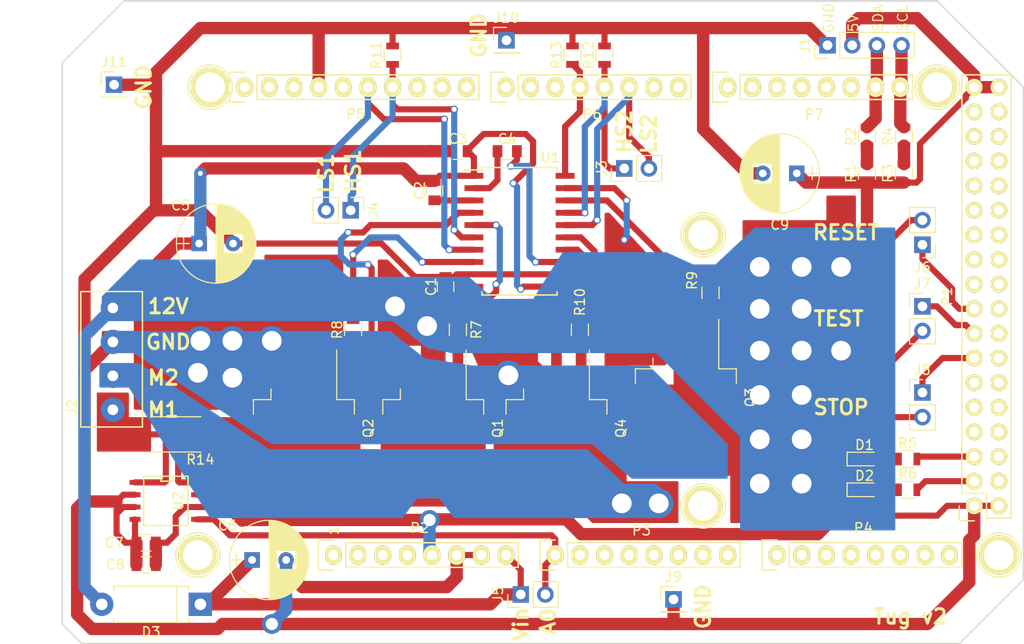
<source format=kicad_pcb>
(kicad_pcb (version 20171130) (host pcbnew "(5.0.0-rc2-37-ga8db21319)")
  (title_block (date "mar. 31 mars 2015"))
  (layers (0 F.Cu signal) (31 B.Cu signal) (34 B.Paste user) (35 F.Paste user) (36 B.SilkS user) (37 F.SilkS user) (38 B.Mask user) (39 F.Mask user) (44 Edge.Cuts user))
  (net 0 "")
  (net 1 GND)
  (net 2 "/52(SCK)")
  (net 3 "/53(SS)")
  (net 4 "/50(MISO)")
  (net 5 "/51(MOSI)")
  (net 6 /48)
  (net 7 /49)
  (net 8 /46)
  (net 9 /47)
  (net 10 /44)
  (net 11 /45)
  (net 12 /42)
  (net 13 /43)
  (net 14 /40)
  (net 15 /41)
  (net 16 /38)
  (net 17 /39)
  (net 18 /36)
  (net 19 /37)
  (net 20 /34)
  (net 21 /35)
  (net 22 /32)
  (net 23 /33)
  (net 24 /30)
  (net 25 /31)
  (net 26 /28)
  (net 27 /29)
  (net 28 /26)
  (net 29 /27)
  (net 30 /24)
  (net 31 /25)
  (net 32 /22)
  (net 33 /23)
  (net 34 +5V)
  (net 35 /IOREF)
  (net 36 /Reset)
  (net 37 /Vin)
  (net 38 /A0)
  (net 39 /A1)
  (net 40 /A2)
  (net 41 /A3)
  (net 42 /A4)
  (net 43 /A5)
  (net 44 /A6)
  (net 45 /A7)
  (net 46 /A8)
  (net 47 /A9)
  (net 48 /A10)
  (net 49 /A11)
  (net 50 /A12)
  (net 51 /A13)
  (net 52 /A14)
  (net 53 /A15)
  (net 54 /SCL)
  (net 55 /SDA)
  (net 56 /AREF)
  (net 57 "/13(**)")
  (net 58 "/12(**)")
  (net 59 "/11(**)")
  (net 60 "/10(**)")
  (net 61 "/9(**)")
  (net 62 "/8(**)")
  (net 63 "/7(**)")
  (net 64 "/6(**)")
  (net 65 "/5(**)")
  (net 66 "/4(**)")
  (net 67 "/3(**)")
  (net 68 "/2(**)")
  (net 69 "/20(SDA)")
  (net 70 "/21(SCL)")
  (net 71 "Net-(P8-Pad1)")
  (net 72 "Net-(P9-Pad1)")
  (net 73 "Net-(P10-Pad1)")
  (net 74 "Net-(P11-Pad1)")
  (net 75 "Net-(P12-Pad1)")
  (net 76 "Net-(P13-Pad1)")
  (net 77 "Net-(P2-Pad1)")
  (net 78 +3V3)
  (net 79 "/1(Tx0)")
  (net 80 "/0(Rx0)")
  (net 81 "/14(Tx3)")
  (net 82 "/15(Rx3)")
  (net 83 "/16(Tx2)")
  (net 84 "/17(Rx2)")
  (net 85 "/18(Tx1)")
  (net 86 "/19(Rx1)")
  (net 87 "Net-(C1-Pad1)")
  (net 88 "Net-(C2-Pad1)")
  (net 89 +12V)
  (net 90 "Net-(C4-Pad2)")
  (net 91 "Net-(C4-Pad1)")
  (net 92 "Net-(D1-Pad2)")
  (net 93 "Net-(D2-Pad2)")
  (net 94 /M2)
  (net 95 /M1)
  (net 96 /GATE_HS1)
  (net 97 /GATE_LS1)
  (net 98 /GATE_HS2)
  (net 99 /GATE_LS2)
  (net 100 "Net-(R1-Pad2)")
  (net 101 "Net-(R3-Pad2)")
  (net 102 "Net-(R7-Pad2)")
  (net 103 "Net-(R8-Pad2)")
  (net 104 "Net-(R9-Pad2)")
  (net 105 "Net-(R10-Pad2)")
  (net 106 /SRC_HS1)
  (module SMD_Packages:SOIC-8-N (layer F.Cu) (at 114.046 113.538 270)
    (fp_text reference U2 (at 0 -1.27 270) (layer F.SilkS))
    (fp_text value INA240)
    (pad 8 smd rect (at -1.905 -3.175 270) (size 0.508 1.143) (layers F.Cu F.Paste F.Mask) (net 106 /SRC_HS1))
    (pad 7 smd rect (at -0.635 -3.175 270) (size 0.508 1.143) (layers F.Cu F.Paste F.Mask) (net 34 +5V))
    (pad 6 smd rect (at 0.635 -3.175 270) (size 0.508 1.143) (layers F.Cu F.Paste F.Mask) (net 34 +5V))
    (pad 5 smd rect (at 1.905 -3.175 270) (size 0.508 1.143) (layers F.Cu F.Paste F.Mask) (net 38 /A0))
    (pad 4 smd rect (at 1.905 3.175 270) (size 0.508 1.143) (layers F.Cu F.Paste F.Mask) (net 1 GND))
    (pad 3 smd rect (at 0.635 3.175 270) (size 0.508 1.143) (layers F.Cu F.Paste F.Mask) (net 1 GND))
    (pad 2 smd rect (at -0.635 3.175 270) (size 0.508 1.143) (layers F.Cu F.Paste F.Mask) (net 1 GND))
    (pad 1 smd rect (at -1.905 3.175 270) (size 0.508 1.143) (layers F.Cu F.Paste F.Mask) (net 95 /M1))
  )
  (module Socket_Arduino_Mega:Socket_Strip_Arduino_2x18 (layer F.Cu) (at 197.358 114.046 90)
    (fp_text reference P1 (at 21.59 -2.794 90) (layer F.SilkS))
    (fp_text value Digital)
    (pad 1 thru_hole circle (at 0 0 90) (size 1.7272 1.7272) (drill 1.016) (layers *.Cu *.Mask F.SilkS) (net 1 GND))
    (pad 2 thru_hole oval (at 0 2.54 90) (size 1.7272 1.7272) (drill 1.016) (layers *.Cu *.Mask F.SilkS) (net 1 GND))
    (pad 3 thru_hole oval (at 2.54 0 90) (size 1.7272 1.7272) (drill 1.016) (layers *.Cu *.Mask F.SilkS) (net 2 "/52(SCK)"))
    (pad 4 thru_hole oval (at 2.54 2.54 90) (size 1.7272 1.7272) (drill 1.016) (layers *.Cu *.Mask F.SilkS) (net 3 "/53(SS)"))
    (pad 5 thru_hole oval (at 5.08 0 90) (size 1.7272 1.7272) (drill 1.016) (layers *.Cu *.Mask F.SilkS) (net 4 "/50(MISO)"))
    (pad 6 thru_hole oval (at 5.08 2.54 90) (size 1.7272 1.7272) (drill 1.016) (layers *.Cu *.Mask F.SilkS) (net 5 "/51(MOSI)"))
    (pad 7 thru_hole oval (at 7.62 0 90) (size 1.7272 1.7272) (drill 1.016) (layers *.Cu *.Mask F.SilkS) (net 6 /48))
    (pad 8 thru_hole oval (at 7.62 2.54 90) (size 1.7272 1.7272) (drill 1.016) (layers *.Cu *.Mask F.SilkS) (net 7 /49))
    (pad 9 thru_hole oval (at 10.16 0 90) (size 1.7272 1.7272) (drill 1.016) (layers *.Cu *.Mask F.SilkS) (net 8 /46))
    (pad 10 thru_hole oval (at 10.16 2.54 90) (size 1.7272 1.7272) (drill 1.016) (layers *.Cu *.Mask F.SilkS) (net 9 /47))
    (pad 11 thru_hole oval (at 12.7 0 90) (size 1.7272 1.7272) (drill 1.016) (layers *.Cu *.Mask F.SilkS) (net 10 /44))
    (pad 12 thru_hole oval (at 12.7 2.54 90) (size 1.7272 1.7272) (drill 1.016) (layers *.Cu *.Mask F.SilkS) (net 11 /45))
    (pad 13 thru_hole oval (at 15.24 0 90) (size 1.7272 1.7272) (drill 1.016) (layers *.Cu *.Mask F.SilkS) (net 12 /42))
    (pad 14 thru_hole oval (at 15.24 2.54 90) (size 1.7272 1.7272) (drill 1.016) (layers *.Cu *.Mask F.SilkS) (net 13 /43))
    (pad 15 thru_hole oval (at 17.78 0 90) (size 1.7272 1.7272) (drill 1.016) (layers *.Cu *.Mask F.SilkS) (net 14 /40))
    (pad 16 thru_hole oval (at 17.78 2.54 90) (size 1.7272 1.7272) (drill 1.016) (layers *.Cu *.Mask F.SilkS) (net 15 /41))
    (pad 17 thru_hole oval (at 20.32 0 90) (size 1.7272 1.7272) (drill 1.016) (layers *.Cu *.Mask F.SilkS) (net 16 /38))
    (pad 18 thru_hole oval (at 20.32 2.54 90) (size 1.7272 1.7272) (drill 1.016) (layers *.Cu *.Mask F.SilkS) (net 17 /39))
    (pad 19 thru_hole oval (at 22.86 0 90) (size 1.7272 1.7272) (drill 1.016) (layers *.Cu *.Mask F.SilkS) (net 18 /36))
    (pad 20 thru_hole oval (at 22.86 2.54 90) (size 1.7272 1.7272) (drill 1.016) (layers *.Cu *.Mask F.SilkS) (net 19 /37))
    (pad 21 thru_hole oval (at 25.4 0 90) (size 1.7272 1.7272) (drill 1.016) (layers *.Cu *.Mask F.SilkS) (net 20 /34))
    (pad 22 thru_hole oval (at 25.4 2.54 90) (size 1.7272 1.7272) (drill 1.016) (layers *.Cu *.Mask F.SilkS) (net 21 /35))
    (pad 23 thru_hole oval (at 27.94 0 90) (size 1.7272 1.7272) (drill 1.016) (layers *.Cu *.Mask F.SilkS) (net 22 /32))
    (pad 24 thru_hole oval (at 27.94 2.54 90) (size 1.7272 1.7272) (drill 1.016) (layers *.Cu *.Mask F.SilkS) (net 23 /33))
    (pad 25 thru_hole oval (at 30.48 0 90) (size 1.7272 1.7272) (drill 1.016) (layers *.Cu *.Mask F.SilkS) (net 24 /30))
    (pad 26 thru_hole oval (at 30.48 2.54 90) (size 1.7272 1.7272) (drill 1.016) (layers *.Cu *.Mask F.SilkS) (net 25 /31))
    (pad 27 thru_hole oval (at 33.02 0 90) (size 1.7272 1.7272) (drill 1.016) (layers *.Cu *.Mask F.SilkS) (net 26 /28))
    (pad 28 thru_hole oval (at 33.02 2.54 90) (size 1.7272 1.7272) (drill 1.016) (layers *.Cu *.Mask F.SilkS) (net 27 /29))
    (pad 29 thru_hole oval (at 35.56 0 90) (size 1.7272 1.7272) (drill 1.016) (layers *.Cu *.Mask F.SilkS) (net 28 /26))
    (pad 30 thru_hole oval (at 35.56 2.54 90) (size 1.7272 1.7272) (drill 1.016) (layers *.Cu *.Mask F.SilkS) (net 29 /27))
    (pad 31 thru_hole oval (at 38.1 0 90) (size 1.7272 1.7272) (drill 1.016) (layers *.Cu *.Mask F.SilkS) (net 30 /24))
    (pad 32 thru_hole oval (at 38.1 2.54 90) (size 1.7272 1.7272) (drill 1.016) (layers *.Cu *.Mask F.SilkS) (net 31 /25))
    (pad 33 thru_hole oval (at 40.64 0 90) (size 1.7272 1.7272) (drill 1.016) (layers *.Cu *.Mask F.SilkS) (net 32 /22))
    (pad 34 thru_hole oval (at 40.64 2.54 90) (size 1.7272 1.7272) (drill 1.016) (layers *.Cu *.Mask F.SilkS) (net 33 /23))
    (pad 35 thru_hole oval (at 43.18 0 90) (size 1.7272 1.7272) (drill 1.016) (layers *.Cu *.Mask F.SilkS) (net 34 +5V))
    (pad 36 thru_hole oval (at 43.18 2.54 90) (size 1.7272 1.7272) (drill 1.016) (layers *.Cu *.Mask F.SilkS) (net 34 +5V))
  )
  (module Socket_Arduino_Mega:Socket_Strip_Arduino_1x08 (layer F.Cu) (at 131.318 119.126)
    (fp_text reference P2 (at 8.89 -2.794) (layer F.SilkS))
    (fp_text value Power)
    (pad 1 thru_hole oval (at 0 0) (size 1.7272 2.032) (drill 1.016) (layers *.Cu *.Mask F.SilkS) (net 77 "Net-(P2-Pad1)"))
    (pad 2 thru_hole oval (at 2.54 0) (size 1.7272 2.032) (drill 1.016) (layers *.Cu *.Mask F.SilkS) (net 35 /IOREF))
    (pad 3 thru_hole oval (at 5.08 0) (size 1.7272 2.032) (drill 1.016) (layers *.Cu *.Mask F.SilkS) (net 36 /Reset))
    (pad 4 thru_hole oval (at 7.62 0) (size 1.7272 2.032) (drill 1.016) (layers *.Cu *.Mask F.SilkS) (net 78 +3V3))
    (pad 5 thru_hole oval (at 10.16 0) (size 1.7272 2.032) (drill 1.016) (layers *.Cu *.Mask F.SilkS) (net 34 +5V))
    (pad 6 thru_hole oval (at 12.7 0) (size 1.7272 2.032) (drill 1.016) (layers *.Cu *.Mask F.SilkS) (net 1 GND))
    (pad 7 thru_hole oval (at 15.24 0) (size 1.7272 2.032) (drill 1.016) (layers *.Cu *.Mask F.SilkS) (net 1 GND))
    (pad 8 thru_hole oval (at 17.78 0) (size 1.7272 2.032) (drill 1.016) (layers *.Cu *.Mask F.SilkS) (net 37 /Vin))
  )
  (module Socket_Arduino_Mega:Socket_Strip_Arduino_1x08 (layer F.Cu) (at 154.178 119.126)
    (fp_text reference P3 (at 8.89 -2.54) (layer F.SilkS))
    (fp_text value Analog)
    (pad 1 thru_hole oval (at 0 0) (size 1.7272 2.032) (drill 1.016) (layers *.Cu *.Mask F.SilkS) (net 38 /A0))
    (pad 2 thru_hole oval (at 2.54 0) (size 1.7272 2.032) (drill 1.016) (layers *.Cu *.Mask F.SilkS) (net 39 /A1))
    (pad 3 thru_hole oval (at 5.08 0) (size 1.7272 2.032) (drill 1.016) (layers *.Cu *.Mask F.SilkS) (net 40 /A2))
    (pad 4 thru_hole oval (at 7.62 0) (size 1.7272 2.032) (drill 1.016) (layers *.Cu *.Mask F.SilkS) (net 41 /A3))
    (pad 5 thru_hole oval (at 10.16 0) (size 1.7272 2.032) (drill 1.016) (layers *.Cu *.Mask F.SilkS) (net 42 /A4))
    (pad 6 thru_hole oval (at 12.7 0) (size 1.7272 2.032) (drill 1.016) (layers *.Cu *.Mask F.SilkS) (net 43 /A5))
    (pad 7 thru_hole oval (at 15.24 0) (size 1.7272 2.032) (drill 1.016) (layers *.Cu *.Mask F.SilkS) (net 44 /A6))
    (pad 8 thru_hole oval (at 17.78 0) (size 1.7272 2.032) (drill 1.016) (layers *.Cu *.Mask F.SilkS) (net 45 /A7))
  )
  (module Socket_Arduino_Mega:Socket_Strip_Arduino_1x08 (layer F.Cu) (at 177.038 119.126)
    (fp_text reference P4 (at 8.89 -2.794) (layer F.SilkS))
    (fp_text value Analog)
    (pad 1 thru_hole oval (at 0 0) (size 1.7272 2.032) (drill 1.016) (layers *.Cu *.Mask F.SilkS) (net 46 /A8))
    (pad 2 thru_hole oval (at 2.54 0) (size 1.7272 2.032) (drill 1.016) (layers *.Cu *.Mask F.SilkS) (net 47 /A9))
    (pad 3 thru_hole oval (at 5.08 0) (size 1.7272 2.032) (drill 1.016) (layers *.Cu *.Mask F.SilkS) (net 48 /A10))
    (pad 4 thru_hole oval (at 7.62 0) (size 1.7272 2.032) (drill 1.016) (layers *.Cu *.Mask F.SilkS) (net 49 /A11))
    (pad 5 thru_hole oval (at 10.16 0) (size 1.7272 2.032) (drill 1.016) (layers *.Cu *.Mask F.SilkS) (net 50 /A12))
    (pad 6 thru_hole oval (at 12.7 0) (size 1.7272 2.032) (drill 1.016) (layers *.Cu *.Mask F.SilkS) (net 51 /A13))
    (pad 7 thru_hole oval (at 15.24 0) (size 1.7272 2.032) (drill 1.016) (layers *.Cu *.Mask F.SilkS) (net 52 /A14))
    (pad 8 thru_hole oval (at 17.78 0) (size 1.7272 2.032) (drill 1.016) (layers *.Cu *.Mask F.SilkS) (net 53 /A15))
  )
  (module Socket_Arduino_Mega:Socket_Strip_Arduino_1x10 (layer F.Cu) (at 122.174 70.866)
    (fp_text reference P5 (at 11.43 2.794) (layer F.SilkS))
    (fp_text value PWM)
    (pad 1 thru_hole oval (at 0 0) (size 1.7272 2.032) (drill 1.016) (layers *.Cu *.Mask F.SilkS) (net 54 /SCL))
    (pad 2 thru_hole oval (at 2.54 0) (size 1.7272 2.032) (drill 1.016) (layers *.Cu *.Mask F.SilkS) (net 55 /SDA))
    (pad 3 thru_hole oval (at 5.08 0) (size 1.7272 2.032) (drill 1.016) (layers *.Cu *.Mask F.SilkS) (net 56 /AREF))
    (pad 4 thru_hole oval (at 7.62 0) (size 1.7272 2.032) (drill 1.016) (layers *.Cu *.Mask F.SilkS) (net 1 GND))
    (pad 5 thru_hole oval (at 10.16 0) (size 1.7272 2.032) (drill 1.016) (layers *.Cu *.Mask F.SilkS) (net 57 "/13(**)"))
    (pad 6 thru_hole oval (at 12.7 0) (size 1.7272 2.032) (drill 1.016) (layers *.Cu *.Mask F.SilkS) (net 58 "/12(**)"))
    (pad 7 thru_hole oval (at 15.24 0) (size 1.7272 2.032) (drill 1.016) (layers *.Cu *.Mask F.SilkS) (net 59 "/11(**)"))
    (pad 8 thru_hole oval (at 17.78 0) (size 1.7272 2.032) (drill 1.016) (layers *.Cu *.Mask F.SilkS) (net 60 "/10(**)"))
    (pad 9 thru_hole oval (at 20.32 0) (size 1.7272 2.032) (drill 1.016) (layers *.Cu *.Mask F.SilkS) (net 61 "/9(**)"))
    (pad 10 thru_hole oval (at 22.86 0) (size 1.7272 2.032) (drill 1.016) (layers *.Cu *.Mask F.SilkS) (net 62 "/8(**)"))
  )
  (module Socket_Arduino_Mega:Socket_Strip_Arduino_1x08 (layer F.Cu) (at 149.098 70.866)
    (fp_text reference P6 (at 8.89 2.794) (layer F.SilkS))
    (fp_text value PWM)
    (pad 1 thru_hole oval (at 0 0) (size 1.7272 2.032) (drill 1.016) (layers *.Cu *.Mask F.SilkS) (net 63 "/7(**)"))
    (pad 2 thru_hole oval (at 2.54 0) (size 1.7272 2.032) (drill 1.016) (layers *.Cu *.Mask F.SilkS) (net 64 "/6(**)"))
    (pad 3 thru_hole oval (at 5.08 0) (size 1.7272 2.032) (drill 1.016) (layers *.Cu *.Mask F.SilkS) (net 65 "/5(**)"))
    (pad 4 thru_hole oval (at 7.62 0) (size 1.7272 2.032) (drill 1.016) (layers *.Cu *.Mask F.SilkS) (net 66 "/4(**)"))
    (pad 5 thru_hole oval (at 10.16 0) (size 1.7272 2.032) (drill 1.016) (layers *.Cu *.Mask F.SilkS) (net 67 "/3(**)"))
    (pad 6 thru_hole oval (at 12.7 0) (size 1.7272 2.032) (drill 1.016) (layers *.Cu *.Mask F.SilkS) (net 68 "/2(**)"))
    (pad 7 thru_hole oval (at 15.24 0) (size 1.7272 2.032) (drill 1.016) (layers *.Cu *.Mask F.SilkS) (net 79 "/1(Tx0)"))
    (pad 8 thru_hole oval (at 17.78 0) (size 1.7272 2.032) (drill 1.016) (layers *.Cu *.Mask F.SilkS) (net 80 "/0(Rx0)"))
  )
  (module Socket_Arduino_Mega:Socket_Strip_Arduino_1x08 (layer F.Cu) (at 171.958 70.866)
    (fp_text reference P7 (at 8.89 2.794) (layer F.SilkS))
    (fp_text value Communication)
    (pad 1 thru_hole oval (at 0 0) (size 1.7272 2.032) (drill 1.016) (layers *.Cu *.Mask F.SilkS) (net 81 "/14(Tx3)"))
    (pad 2 thru_hole oval (at 2.54 0) (size 1.7272 2.032) (drill 1.016) (layers *.Cu *.Mask F.SilkS) (net 82 "/15(Rx3)"))
    (pad 3 thru_hole oval (at 5.08 0) (size 1.7272 2.032) (drill 1.016) (layers *.Cu *.Mask F.SilkS) (net 83 "/16(Tx2)"))
    (pad 4 thru_hole oval (at 7.62 0) (size 1.7272 2.032) (drill 1.016) (layers *.Cu *.Mask F.SilkS) (net 84 "/17(Rx2)"))
    (pad 5 thru_hole oval (at 10.16 0) (size 1.7272 2.032) (drill 1.016) (layers *.Cu *.Mask F.SilkS) (net 85 "/18(Tx1)"))
    (pad 6 thru_hole oval (at 12.7 0) (size 1.7272 2.032) (drill 1.016) (layers *.Cu *.Mask F.SilkS) (net 86 "/19(Rx1)"))
    (pad 7 thru_hole oval (at 15.24 0) (size 1.7272 2.032) (drill 1.016) (layers *.Cu *.Mask F.SilkS) (net 69 "/20(SDA)"))
    (pad 8 thru_hole oval (at 17.78 0) (size 1.7272 2.032) (drill 1.016) (layers *.Cu *.Mask F.SilkS) (net 70 "/21(SCL)"))
  )
  (module Socket_Arduino_Mega:Arduino_1pin (layer F.Cu) (at 117.348 119.126)
    (fp_text reference P8 hide)
    (fp_text value CONN_01X01 hide)
    (pad 1 thru_hole circle (at 0 0) (size 4.064 4.064) (drill 3.048) (layers *.Cu *.Mask F.SilkS) (net 71 "Net-(P8-Pad1)"))
  )
  (module Socket_Arduino_Mega:Arduino_1pin (layer F.Cu) (at 169.418 114.046)
    (fp_text reference P9 hide)
    (fp_text value CONN_01X01 hide)
    (pad 1 thru_hole circle (at 0 0) (size 4.064 4.064) (drill 3.048) (layers *.Cu *.Mask F.SilkS) (net 72 "Net-(P9-Pad1)"))
  )
  (module Socket_Arduino_Mega:Arduino_1pin (layer F.Cu) (at 199.898 119.126)
    (fp_text reference P10 hide)
    (fp_text value CONN_01X01 hide)
    (pad 1 thru_hole circle (at 0 0) (size 4.064 4.064) (drill 3.048) (layers *.Cu *.Mask F.SilkS) (net 73 "Net-(P10-Pad1)"))
  )
  (module Socket_Arduino_Mega:Arduino_1pin (layer F.Cu) (at 118.618 70.866)
    (fp_text reference P11 hide)
    (fp_text value CONN_01X01 hide)
    (pad 1 thru_hole circle (at 0 0) (size 4.064 4.064) (drill 3.048) (layers *.Cu *.Mask F.SilkS) (net 74 "Net-(P11-Pad1)"))
  )
  (module Socket_Arduino_Mega:Arduino_1pin (layer F.Cu) (at 169.418 86.106)
    (fp_text reference P12 hide)
    (fp_text value CONN_01X01 hide)
    (pad 1 thru_hole circle (at 0 0) (size 4.064 4.064) (drill 3.048) (layers *.Cu *.Mask F.SilkS) (net 75 "Net-(P12-Pad1)"))
  )
  (module Socket_Arduino_Mega:Arduino_1pin (layer F.Cu) (at 193.548 70.866)
    (fp_text reference P13 hide)
    (fp_text value CONN_01X01 hide)
    (pad 1 thru_hole circle (at 0 0) (size 4.064 4.064) (drill 3.048) (layers *.Cu *.Mask F.SilkS) (net 76 "Net-(P13-Pad1)"))
  )
  (module Capacitors_SMD:C_0805 (layer F.Cu) (at 142.875 91.44 90)
    (fp_text reference C1 (at 0 -1.5 90) (layer F.SilkS))
    (fp_text value 0.1uF)
    (pad 2 smd rect (at 1 0 90) (size 1 1.25) (layers F.Cu F.Paste F.Mask) (net 1 GND))
    (pad 1 smd rect (at -1 0 90) (size 1 1.25) (layers F.Cu F.Paste F.Mask) (net 87 "Net-(C1-Pad1)"))
  )
  (module Capacitors_SMD:C_0805 (layer F.Cu) (at 141.732 81.534 90)
    (fp_text reference C2 (at 0 -1.5 90) (layer F.SilkS))
    (fp_text value 0.1uF)
    (pad 1 smd rect (at -1 0 90) (size 1 1.25) (layers F.Cu F.Paste F.Mask) (net 88 "Net-(C2-Pad1)"))
    (pad 2 smd rect (at 1 0 90) (size 1 1.25) (layers F.Cu F.Paste F.Mask) (net 89 +12V))
  )
  (module Capacitors_SMD:C_0805 (layer F.Cu) (at 144.145 77.47 180)
    (fp_text reference C3 (at 0 1.27 180) (layer F.SilkS))
    (fp_text value 0.1uF)
    (pad 1 smd rect (at -1 0 180) (size 1 1.25) (layers F.Cu F.Paste F.Mask) (net 89 +12V))
    (pad 2 smd rect (at 1 0 180) (size 1 1.25) (layers F.Cu F.Paste F.Mask) (net 1 GND))
  )
  (module Capacitors_SMD:C_0805 (layer F.Cu) (at 149.225 77.47 180)
    (fp_text reference C4 (at 0 1.27 180) (layer F.SilkS))
    (fp_text value 0.1uF)
    (pad 2 smd rect (at 1 0 180) (size 1 1.25) (layers F.Cu F.Paste F.Mask) (net 90 "Net-(C4-Pad2)"))
    (pad 1 smd rect (at -1 0 180) (size 1 1.25) (layers F.Cu F.Paste F.Mask) (net 91 "Net-(C4-Pad1)"))
  )
  (module Capacitors_THT:CP_Radial_D8.0mm_P3.50mm (layer F.Cu) (at 117.475 86.995)
    (fp_text reference C5 (at -1.905 -3.937) (layer F.SilkS))
    (fp_text value 220uF)
    (pad 2 thru_hole circle (at 3.5 0) (size 1.6 1.6) (drill 0.8) (layers *.Cu *.Mask) (net 1 GND))
    (pad 1 thru_hole rect (at 0 0) (size 1.6 1.6) (drill 0.8) (layers *.Cu *.Mask) (net 89 +12V))
  )
  (module Capacitors_THT:CP_Radial_D8.0mm_P3.50mm (layer F.Cu) (at 122.936 119.634)
    (fp_text reference C6 (at -2.54 -3.556) (layer F.SilkS))
    (fp_text value 220uF)
    (pad 1 thru_hole rect (at 0 0) (size 1.6 1.6) (drill 0.8) (layers *.Cu *.Mask) (net 37 /Vin))
    (pad 2 thru_hole circle (at 3.5 0) (size 1.6 1.6) (drill 0.8) (layers *.Cu *.Mask) (net 1 GND))
  )
  (module Capacitors_SMD:C_0805 (layer F.Cu) (at 112.014 117.856 180)
    (fp_text reference C7 (at 3.302 0 180) (layer F.SilkS))
    (fp_text value 0.1uF)
    (pad 2 smd rect (at 1 0 180) (size 1 1.25) (layers F.Cu F.Paste F.Mask) (net 1 GND))
    (pad 1 smd rect (at -1 0 180) (size 1 1.25) (layers F.Cu F.Paste F.Mask) (net 34 +5V))
  )
  (module Capacitors_SMD:C_0805 (layer F.Cu) (at 112.014 120.142 180)
    (fp_text reference C8 (at 3.175 0 180) (layer F.SilkS))
    (fp_text value 0.01uF)
    (pad 1 smd rect (at -1 0 180) (size 1 1.25) (layers F.Cu F.Paste F.Mask) (net 34 +5V))
    (pad 2 smd rect (at 1 0 180) (size 1 1.25) (layers F.Cu F.Paste F.Mask) (net 1 GND))
  )
  (module LEDs:LED_0805 (layer F.Cu) (at 186.055 109.22)
    (fp_text reference D1 (at 0 -1.45) (layer F.SilkS))
    (fp_text value LED)
    (pad 1 smd rect (at -1.1 0 180) (size 1.2 1.2) (layers F.Cu F.Paste F.Mask) (net 1 GND))
    (pad 2 smd rect (at 1.1 0 180) (size 1.2 1.2) (layers F.Cu F.Paste F.Mask) (net 92 "Net-(D1-Pad2)"))
  )
  (module LEDs:LED_0805 (layer F.Cu) (at 186.055 112.395)
    (fp_text reference D2 (at 0 -1.45) (layer F.SilkS))
    (fp_text value LED)
    (pad 2 smd rect (at 1.1 0 180) (size 1.2 1.2) (layers F.Cu F.Paste F.Mask) (net 93 "Net-(D2-Pad2)"))
    (pad 1 smd rect (at -1.1 0 180) (size 1.2 1.2) (layers F.Cu F.Paste F.Mask) (net 1 GND))
  )
  (module Diodes_THT:D_DO-15_P10.16mm_Horizontal (layer F.Cu) (at 117.602 124.206 180)
    (fp_text reference D3 (at 5.08 -2.86 180) (layer F.SilkS))
    (fp_text value 1N4004)
    (pad 1 thru_hole rect (at 0 0 180) (size 2.4 2.4) (drill 1.2) (layers *.Cu *.Mask) (net 37 /Vin))
    (pad 2 thru_hole oval (at 10.16 0 180) (size 2.4 2.4) (drill 1.2) (layers *.Cu *.Mask) (net 89 +12V))
  )
  (module Pin_Headers:Pin_Header_Straight_1x04_Pitch2.54mm (layer F.Cu) (at 182.245 66.548 90)
    (fp_text reference J1 (at 0 -2.33 90) (layer F.SilkS))
    (fp_text value Conn_01x04)
    (pad 1 thru_hole rect (at 0 0 90) (size 1.7 1.7) (drill 1) (layers *.Cu *.Mask) (net 1 GND))
    (pad 2 thru_hole oval (at 0 2.54 90) (size 1.7 1.7) (drill 1) (layers *.Cu *.Mask) (net 34 +5V))
    (pad 3 thru_hole oval (at 0 5.08 90) (size 1.7 1.7) (drill 1) (layers *.Cu *.Mask) (net 69 "/20(SDA)"))
    (pad 4 thru_hole oval (at 0 7.62 90) (size 1.7 1.7) (drill 1) (layers *.Cu *.Mask) (net 70 "/21(SCL)"))
  )
  (module Molex:Molex_39357_01x04 (layer F.Cu) (at 108.585 104.14 90)
    (fp_text reference J2 (at 0.254 -4.191 90) (layer F.SilkS))
    (fp_text value Conn_01x04)
    (pad 4 thru_hole circle (at 10.5 0 90) (size 2.5 2.5) (drill 1.1) (layers *.Cu *.Mask) (net 89 +12V))
    (pad 3 thru_hole circle (at 7 0 90) (size 2.5 2.5) (drill 1.1) (layers *.Cu *.Mask) (net 1 GND))
    (pad 2 thru_hole circle (at 3.5 0 90) (size 2.5 2.5) (drill 1.1) (layers *.Cu *.Mask) (net 94 /M2))
    (pad 1 thru_hole circle (at 0 0 90) (size 2.5 2.5) (drill 1.1) (layers *.Cu *.Mask) (net 95 /M1))
  )
  (module TO_SOT_Packages_SMD:TO-263-3_TabPin2 (layer F.Cu) (at 141.605 106.045 270)
    (fp_text reference Q1 (at 0 -6.65 270) (layer F.SilkS))
    (fp_text value Q_NMOS_GDS)
    (pad 2 smd rect (at 0.95 2.775 270) (size 4.55 5.25) (layers F.Cu F.Paste) (net 89 +12V))
    (pad 2 smd rect (at 5.8 -2.775 270) (size 4.55 5.25) (layers F.Cu F.Paste) (net 89 +12V))
    (pad 2 smd rect (at 0.95 -2.775 270) (size 4.55 5.25) (layers F.Cu F.Paste) (net 89 +12V))
    (pad 2 smd rect (at 5.8 2.775 270) (size 4.55 5.25) (layers F.Cu F.Paste) (net 89 +12V))
    (pad 2 smd rect (at 3.375 0 270) (size 9.4 10.8) (layers F.Cu F.Mask) (net 89 +12V))
    (pad 3 smd rect (at -5.775 2.54 270) (size 4.6 1.1) (layers F.Cu F.Paste F.Mask) (net 106 /SRC_HS1))
    (pad 2 smd rect (at -5.775 0 270) (size 4.6 1.1) (layers F.Cu F.Paste F.Mask) (net 89 +12V))
    (pad 1 smd rect (at -5.775 -2.54 270) (size 4.6 1.1) (layers F.Cu F.Paste F.Mask) (net 96 /GATE_HS1))
  )
  (module TO_SOT_Packages_SMD:TO-263-3_TabPin2 (layer F.Cu) (at 128.27 106.045 270)
    (fp_text reference Q2 (at 0 -6.65 270) (layer F.SilkS))
    (fp_text value Q_NMOS_GDS)
    (pad 1 smd rect (at -5.775 -2.54 270) (size 4.6 1.1) (layers F.Cu F.Paste F.Mask) (net 97 /GATE_LS1))
    (pad 2 smd rect (at -5.775 0 270) (size 4.6 1.1) (layers F.Cu F.Paste F.Mask) (net 106 /SRC_HS1))
    (pad 3 smd rect (at -5.775 2.54 270) (size 4.6 1.1) (layers F.Cu F.Paste F.Mask) (net 1 GND))
    (pad 2 smd rect (at 3.375 0 270) (size 9.4 10.8) (layers F.Cu F.Mask) (net 106 /SRC_HS1))
    (pad 2 smd rect (at 5.8 2.775 270) (size 4.55 5.25) (layers F.Cu F.Paste) (net 106 /SRC_HS1))
    (pad 2 smd rect (at 0.95 -2.775 270) (size 4.55 5.25) (layers F.Cu F.Paste) (net 106 /SRC_HS1))
    (pad 2 smd rect (at 5.8 -2.775 270) (size 4.55 5.25) (layers F.Cu F.Paste) (net 106 /SRC_HS1))
    (pad 2 smd rect (at 0.95 2.775 270) (size 4.55 5.25) (layers F.Cu F.Paste) (net 106 /SRC_HS1))
  )
  (module TO_SOT_Packages_SMD:TO-263-3_TabPin2 (layer F.Cu) (at 167.64 102.87 270)
    (fp_text reference Q3 (at 0 -6.65 270) (layer F.SilkS))
    (fp_text value Q_NMOS_GDS)
    (pad 2 smd rect (at 0.95 2.775 270) (size 4.55 5.25) (layers F.Cu F.Paste) (net 89 +12V))
    (pad 2 smd rect (at 5.8 -2.775 270) (size 4.55 5.25) (layers F.Cu F.Paste) (net 89 +12V))
    (pad 2 smd rect (at 0.95 -2.775 270) (size 4.55 5.25) (layers F.Cu F.Paste) (net 89 +12V))
    (pad 2 smd rect (at 5.8 2.775 270) (size 4.55 5.25) (layers F.Cu F.Paste) (net 89 +12V))
    (pad 2 smd rect (at 3.375 0 270) (size 9.4 10.8) (layers F.Cu F.Mask) (net 89 +12V))
    (pad 3 smd rect (at -5.775 2.54 270) (size 4.6 1.1) (layers F.Cu F.Paste F.Mask) (net 94 /M2))
    (pad 2 smd rect (at -5.775 0 270) (size 4.6 1.1) (layers F.Cu F.Paste F.Mask) (net 89 +12V))
    (pad 1 smd rect (at -5.775 -2.54 270) (size 4.6 1.1) (layers F.Cu F.Paste F.Mask) (net 98 /GATE_HS2))
  )
  (module TO_SOT_Packages_SMD:TO-263-3_TabPin2 (layer F.Cu) (at 154.305 106.045 270)
    (fp_text reference Q4 (at 0 -6.65 270) (layer F.SilkS))
    (fp_text value Q_NMOS_GDS)
    (pad 1 smd rect (at -5.775 -2.54 270) (size 4.6 1.1) (layers F.Cu F.Paste F.Mask) (net 99 /GATE_LS2))
    (pad 2 smd rect (at -5.775 0 270) (size 4.6 1.1) (layers F.Cu F.Paste F.Mask) (net 94 /M2))
    (pad 3 smd rect (at -5.775 2.54 270) (size 4.6 1.1) (layers F.Cu F.Paste F.Mask) (net 1 GND))
    (pad 2 smd rect (at 3.375 0 270) (size 9.4 10.8) (layers F.Cu F.Mask) (net 94 /M2))
    (pad 2 smd rect (at 5.8 2.775 270) (size 4.55 5.25) (layers F.Cu F.Paste) (net 94 /M2))
    (pad 2 smd rect (at 0.95 -2.775 270) (size 4.55 5.25) (layers F.Cu F.Paste) (net 94 /M2))
    (pad 2 smd rect (at 5.8 -2.775 270) (size 4.55 5.25) (layers F.Cu F.Paste) (net 94 /M2))
    (pad 2 smd rect (at 0.95 2.775 270) (size 4.55 5.25) (layers F.Cu F.Paste) (net 94 /M2))
  )
  (module Resistors_SMD:R_0805 (layer F.Cu) (at 186.309 79.756 90)
    (fp_text reference R1 (at 0 -1.65 90) (layer F.SilkS))
    (fp_text value 1KR)
    (pad 2 smd rect (at 0.95 0 90) (size 0.7 1.3) (layers F.Cu F.Paste F.Mask) (net 100 "Net-(R1-Pad2)"))
    (pad 1 smd rect (at -0.95 0 90) (size 0.7 1.3) (layers F.Cu F.Paste F.Mask) (net 34 +5V))
  )
  (module Resistors_SMD:R_0805 (layer F.Cu) (at 186.309 75.946 90)
    (fp_text reference R2 (at 0 -1.65 90) (layer F.SilkS))
    (fp_text value 1KR)
    (pad 1 smd rect (at -0.95 0 90) (size 0.7 1.3) (layers F.Cu F.Paste F.Mask) (net 100 "Net-(R1-Pad2)"))
    (pad 2 smd rect (at 0.95 0 90) (size 0.7 1.3) (layers F.Cu F.Paste F.Mask) (net 69 "/20(SDA)"))
  )
  (module Resistors_SMD:R_0805 (layer F.Cu) (at 190.119 79.756 90)
    (fp_text reference R3 (at 0 -1.65 90) (layer F.SilkS))
    (fp_text value 1KR)
    (pad 1 smd rect (at -0.95 0 90) (size 0.7 1.3) (layers F.Cu F.Paste F.Mask) (net 34 +5V))
    (pad 2 smd rect (at 0.95 0 90) (size 0.7 1.3) (layers F.Cu F.Paste F.Mask) (net 101 "Net-(R3-Pad2)"))
  )
  (module Resistors_SMD:R_0805 (layer F.Cu) (at 190.119 75.946 90)
    (fp_text reference R4 (at 0 -1.65 90) (layer F.SilkS))
    (fp_text value 1KR)
    (pad 2 smd rect (at 0.95 0 90) (size 0.7 1.3) (layers F.Cu F.Paste F.Mask) (net 70 "/21(SCL)"))
    (pad 1 smd rect (at -0.95 0 90) (size 0.7 1.3) (layers F.Cu F.Paste F.Mask) (net 101 "Net-(R3-Pad2)"))
  )
  (module Resistors_SMD:R_0805 (layer F.Cu) (at 190.5 109.22)
    (fp_text reference R5 (at 0 -1.65) (layer F.SilkS))
    (fp_text value 47R)
    (pad 1 smd rect (at -0.95 0) (size 0.7 1.3) (layers F.Cu F.Paste F.Mask) (net 92 "Net-(D1-Pad2)"))
    (pad 2 smd rect (at 0.95 0) (size 0.7 1.3) (layers F.Cu F.Paste F.Mask) (net 4 "/50(MISO)"))
  )
  (module Resistors_SMD:R_0805 (layer F.Cu) (at 190.5 112.395)
    (fp_text reference R6 (at 0 -1.65) (layer F.SilkS))
    (fp_text value 47R)
    (pad 2 smd rect (at 0.95 0) (size 0.7 1.3) (layers F.Cu F.Paste F.Mask) (net 2 "/52(SCK)"))
    (pad 1 smd rect (at -0.95 0) (size 0.7 1.3) (layers F.Cu F.Paste F.Mask) (net 93 "Net-(D2-Pad2)"))
  )
  (module Resistors_SMD:R_0805 (layer F.Cu) (at 144.145 95.885 90)
    (fp_text reference R7 (at 0 1.905 90) (layer F.SilkS))
    (fp_text value 47R)
    (pad 1 smd rect (at -0.95 0 90) (size 0.7 1.3) (layers F.Cu F.Paste F.Mask) (net 96 /GATE_HS1))
    (pad 2 smd rect (at 0.95 0 90) (size 0.7 1.3) (layers F.Cu F.Paste F.Mask) (net 102 "Net-(R7-Pad2)"))
  )
  (module Resistors_SMD:R_0805 (layer F.Cu) (at 133.35 95.885 90)
    (fp_text reference R8 (at 0 -1.65 90) (layer F.SilkS))
    (fp_text value 47R)
    (pad 2 smd rect (at 0.95 0 90) (size 0.7 1.3) (layers F.Cu F.Paste F.Mask) (net 103 "Net-(R8-Pad2)"))
    (pad 1 smd rect (at -0.95 0 90) (size 0.7 1.3) (layers F.Cu F.Paste F.Mask) (net 97 /GATE_LS1))
  )
  (module Resistors_SMD:R_0805 (layer F.Cu) (at 170.18 92.075 90)
    (fp_text reference R9 (at 1.27 -1.905 90) (layer F.SilkS))
    (fp_text value 47R)
    (pad 1 smd rect (at -0.95 0 90) (size 0.7 1.3) (layers F.Cu F.Paste F.Mask) (net 98 /GATE_HS2))
    (pad 2 smd rect (at 0.95 0 90) (size 0.7 1.3) (layers F.Cu F.Paste F.Mask) (net 104 "Net-(R9-Pad2)"))
  )
  (module Resistors_SMD:R_0805 (layer F.Cu) (at 156.718 95.885 90)
    (fp_text reference R10 (at 2.855 0 90) (layer F.SilkS))
    (fp_text value 47R)
    (pad 2 smd rect (at 0.95 0 90) (size 0.7 1.3) (layers F.Cu F.Paste F.Mask) (net 105 "Net-(R10-Pad2)"))
    (pad 1 smd rect (at -0.95 0 90) (size 0.7 1.3) (layers F.Cu F.Paste F.Mask) (net 99 /GATE_LS2))
  )
  (module Housings_SOIC:SOIC-20W_7.5x12.8mm_Pitch1.27mm (layer F.Cu) (at 150.495 85.725)
    (fp_text reference U1 (at 3.175 -7.62) (layer F.SilkS))
    (fp_text value MC33883)
    (pad 1 smd rect (at -4.7 -5.715) (size 1.95 0.6) (layers F.Cu F.Paste F.Mask) (net 89 +12V))
    (pad 2 smd rect (at -4.7 -4.445) (size 1.95 0.6) (layers F.Cu F.Paste F.Mask) (net 90 "Net-(C4-Pad2)"))
    (pad 3 smd rect (at -4.7 -3.175) (size 1.95 0.6) (layers F.Cu F.Paste F.Mask) (net 88 "Net-(C2-Pad1)"))
    (pad 4 smd rect (at -4.7 -1.905) (size 1.95 0.6) (layers F.Cu F.Paste F.Mask) (net 106 /SRC_HS1))
    (pad 5 smd rect (at -4.7 -0.635) (size 1.95 0.6) (layers F.Cu F.Paste F.Mask) (net 102 "Net-(R7-Pad2)"))
    (pad 6 smd rect (at -4.7 0.635) (size 1.95 0.6) (layers F.Cu F.Paste F.Mask) (net 59 "/11(**)"))
    (pad 7 smd rect (at -4.7 1.905) (size 1.95 0.6) (layers F.Cu F.Paste F.Mask) (net 58 "/12(**)"))
    (pad 8 smd rect (at -4.7 3.175) (size 1.95 0.6) (layers F.Cu F.Paste F.Mask) (net 103 "Net-(R8-Pad2)"))
    (pad 9 smd rect (at -4.7 4.445) (size 1.95 0.6) (layers F.Cu F.Paste F.Mask) (net 1 GND))
    (pad 10 smd rect (at -4.7 5.715) (size 1.95 0.6) (layers F.Cu F.Paste F.Mask) (net 87 "Net-(C1-Pad1)"))
    (pad 11 smd rect (at 4.7 5.715) (size 1.95 0.6) (layers F.Cu F.Paste F.Mask) (net 89 +12V))
    (pad 12 smd rect (at 4.7 4.445) (size 1.95 0.6) (layers F.Cu F.Paste F.Mask) (net 1 GND))
    (pad 13 smd rect (at 4.7 3.175) (size 1.95 0.6) (layers F.Cu F.Paste F.Mask) (net 91 "Net-(C4-Pad1)"))
    (pad 14 smd rect (at 4.7 1.905) (size 1.95 0.6) (layers F.Cu F.Paste F.Mask) (net 1 GND))
    (pad 15 smd rect (at 4.7 0.635) (size 1.95 0.6) (layers F.Cu F.Paste F.Mask) (net 105 "Net-(R10-Pad2)"))
    (pad 16 smd rect (at 4.7 -0.635) (size 1.95 0.6) (layers F.Cu F.Paste F.Mask) (net 68 "/2(**)"))
    (pad 17 smd rect (at 4.7 -1.905) (size 1.95 0.6) (layers F.Cu F.Paste F.Mask) (net 67 "/3(**)"))
    (pad 18 smd rect (at 4.7 -3.175) (size 1.95 0.6) (layers F.Cu F.Paste F.Mask) (net 104 "Net-(R9-Pad2)"))
    (pad 19 smd rect (at 4.7 -4.445) (size 1.95 0.6) (layers F.Cu F.Paste F.Mask) (net 94 /M2))
    (pad 20 smd rect (at 4.7 -5.715) (size 1.95 0.6) (layers F.Cu F.Paste F.Mask) (net 66 "/4(**)"))
  )
  (module Resistors_SMD:R_0805 (layer F.Cu) (at 137.414 67.564 90)
    (fp_text reference R11 (at 0 -1.65 90) (layer F.SilkS))
    (fp_text value 1KR)
    (pad 2 smd rect (at 0.95 0 90) (size 0.7 1.3) (layers F.Cu F.Paste F.Mask) (net 1 GND))
    (pad 1 smd rect (at -0.95 0 90) (size 0.7 1.3) (layers F.Cu F.Paste F.Mask) (net 59 "/11(**)"))
  )
  (module Resistors_SMD:R_0805 (layer F.Cu) (at 159.258 67.564 90)
    (fp_text reference R12 (at 0 -1.65 90) (layer F.SilkS))
    (fp_text value 1KR)
    (pad 1 smd rect (at -0.95 0 90) (size 0.7 1.3) (layers F.Cu F.Paste F.Mask) (net 67 "/3(**)"))
    (pad 2 smd rect (at 0.95 0 90) (size 0.7 1.3) (layers F.Cu F.Paste F.Mask) (net 1 GND))
  )
  (module Resistors_SMD:R_0805 (layer F.Cu) (at 155.956 67.564 90)
    (fp_text reference R13 (at 0 -1.65 90) (layer F.SilkS))
    (fp_text value 1KR)
    (pad 1 smd rect (at -0.95 0 90) (size 0.7 1.3) (layers F.Cu F.Paste F.Mask) (net 66 "/4(**)"))
    (pad 2 smd rect (at 0.95 0 90) (size 0.7 1.3) (layers F.Cu F.Paste F.Mask) (net 1 GND))
  )
  (module Pin_Headers:Pin_Header_Straight_1x02_Pitch2.54mm (layer F.Cu) (at 192.024 87.122 180)
    (fp_text reference J6 (at 0 -2.33 180) (layer F.SilkS))
    (fp_text value Conn_01x02)
    (pad 1 thru_hole rect (at 0 0 180) (size 1.7 1.7) (drill 1) (layers *.Cu *.Mask) (net 16 /38))
    (pad 2 thru_hole oval (at 0 2.54 180) (size 1.7 1.7) (drill 1) (layers *.Cu *.Mask) (net 1 GND))
  )
  (module Pin_Headers:Pin_Header_Straight_1x02_Pitch2.54mm (layer F.Cu) (at 192.024 93.472)
    (fp_text reference J7 (at 0 -2.33) (layer F.SilkS))
    (fp_text value Conn_01x02)
    (pad 2 thru_hole oval (at 0 2.54) (size 1.7 1.7) (drill 1) (layers *.Cu *.Mask) (net 1 GND))
    (pad 1 thru_hole rect (at 0 0) (size 1.7 1.7) (drill 1) (layers *.Cu *.Mask) (net 14 /40))
  )
  (module Pin_Headers:Pin_Header_Straight_1x02_Pitch2.54mm (layer F.Cu) (at 192.024 102.362)
    (fp_text reference J8 (at 0 -2.33) (layer F.SilkS))
    (fp_text value Conn_01x02)
    (pad 1 thru_hole rect (at 0 0) (size 1.7 1.7) (drill 1) (layers *.Cu *.Mask) (net 12 /42))
    (pad 2 thru_hole oval (at 0 2.54) (size 1.7 1.7) (drill 1) (layers *.Cu *.Mask) (net 1 GND))
  )
  (module Capacitors_THT:CP_Radial_D8.0mm_P3.50mm (layer F.Cu) (at 179.07 79.756 180)
    (fp_text reference C9 (at 1.75 -5.31 180) (layer F.SilkS))
    (fp_text value 220uF)
    (pad 1 thru_hole rect (at 0 0 180) (size 1.6 1.6) (drill 0.8) (layers *.Cu *.Mask) (net 34 +5V))
    (pad 2 thru_hole circle (at 3.5 0 180) (size 1.6 1.6) (drill 0.8) (layers *.Cu *.Mask) (net 1 GND))
  )
  (module Pin_Headers:Pin_Header_Straight_1x01_Pitch2.54mm (layer F.Cu) (at 166.37 123.698)
    (fp_text reference J9 (at 0 -2.33) (layer F.SilkS))
    (fp_text value Conn_01x01)
    (pad 1 thru_hole rect (at 0 0) (size 1.7 1.7) (drill 1) (layers *.Cu *.Mask) (net 1 GND))
  )
  (module Pin_Headers:Pin_Header_Straight_1x01_Pitch2.54mm (layer F.Cu) (at 149.148619 66.0315)
    (fp_text reference J10 (at 0 -2.33) (layer F.SilkS))
    (fp_text value Conn_01x01)
    (pad 1 thru_hole rect (at 0 0) (size 1.7 1.7) (drill 1) (layers *.Cu *.Mask) (net 1 GND))
  )
  (module Resistors_SMD:R_2512 (layer F.Cu) (at 115.062 106.68 180)
    (fp_text reference R14 (at -2.54 -2.6 180) (layer F.SilkS))
    (fp_text value 3.5mR)
    (pad 1 smd rect (at -3.1 0 180) (size 1 3.2) (layers F.Cu F.Paste F.Mask) (net 106 /SRC_HS1))
    (pad 2 smd rect (at 3.1 0 180) (size 1 3.2) (layers F.Cu F.Paste F.Mask) (net 95 /M1))
  )
  (module Pin_Headers:Pin_Header_Straight_1x02_Pitch2.54mm (layer F.Cu) (at 161.29 79.248 90)
    (fp_text reference J3 (at 0 -2.33 90) (layer F.SilkS))
    (fp_text value Conn_01x02)
    (pad 1 thru_hole rect (at 0 0 90) (size 1.7 1.7) (drill 1) (layers *.Cu *.Mask) (net 67 "/3(**)"))
    (pad 2 thru_hole oval (at 0 2.54 90) (size 1.7 1.7) (drill 1) (layers *.Cu *.Mask) (net 68 "/2(**)"))
  )
  (module Pin_Headers:Pin_Header_Straight_1x02_Pitch2.54mm (layer F.Cu) (at 133.096 83.566 270)
    (fp_text reference J4 (at 0 -2.33 270) (layer F.SilkS))
    (fp_text value Conn_01x02)
    (pad 2 thru_hole oval (at 0 2.54 270) (size 1.7 1.7) (drill 1) (layers *.Cu *.Mask) (net 58 "/12(**)"))
    (pad 1 thru_hole rect (at 0 0 270) (size 1.7 1.7) (drill 1) (layers *.Cu *.Mask) (net 59 "/11(**)"))
  )
  (module Pin_Headers:Pin_Header_Straight_1x02_Pitch2.54mm (layer F.Cu) (at 150.622 123.19 90)
    (fp_text reference J5 (at 0 -2.33 90) (layer F.SilkS))
    (fp_text value Conn_01x02)
    (pad 1 thru_hole rect (at 0 0 90) (size 1.7 1.7) (drill 1) (layers *.Cu *.Mask) (net 37 /Vin))
    (pad 2 thru_hole oval (at 0 2.54 90) (size 1.7 1.7) (drill 1) (layers *.Cu *.Mask) (net 38 /A0))
  )
  (module Pin_Headers:Pin_Header_Straight_1x01_Pitch2.54mm (layer F.Cu) (at 108.712 70.612)
    (fp_text reference J11 (at 0 -2.33) (layer F.SilkS))
    (fp_text value Conn_01x01)
    (pad 1 thru_hole rect (at 0 0) (size 1.7 1.7) (drill 1) (layers *.Cu *.Mask) (net 1 GND))
  )
  (gr_text GND (at 111.76 70.866 90) (layer F.SilkS) (effects (font (size 1.5 1.5) (thickness 0.3))))
  (gr_text GND (at 146.304 65.532 90) (layer F.SilkS) (effects (font (size 1.5 1.5) (thickness 0.3))))
  (gr_text SCL (at 189.992 63.754 90) (layer F.SilkS) (effects (font (size 1.016 1.016) (thickness 0.127))))
  (gr_text SDA (at 187.452 63.754 90) (layer F.SilkS) (effects (font (size 1.016 1.016) (thickness 0.127))))
  (gr_text 5V (at 184.912 64.262 90) (layer F.SilkS) (effects (font (size 1.016 1.016) (thickness 0.127))))
  (gr_text GND (at 182.372 63.754 90) (layer F.SilkS) (effects (font (size 1.016 1.016) (thickness 0.127))))
  (gr_line (start 109.728 61.976) (end 107.95 63.754) (layer Edge.Cuts) (width 0.15))
  (gr_line (start 193.548 61.976) (end 109.728 61.976) (layer Edge.Cuts) (width 0.15))
  (gr_line (start 195.326 63.754) (end 193.548 61.976) (layer Edge.Cuts) (width 0.15))
  (gr_text "Tug v2" (at 190.754 125.476) (layer F.SilkS) (effects (font (size 1.5 1.5) (thickness 0.3))))
  (gr_text STOP (at 183.642 103.886) (layer F.SilkS) (effects (font (size 1.5 1.5) (thickness 0.3))))
  (gr_text TEST (at 183.388 94.742) (layer F.SilkS) (effects (font (size 1.5 1.5) (thickness 0.3))))
  (gr_text RESET (at 184.15 85.852) (layer F.SilkS) (effects (font (size 1.5 1.5) (thickness 0.3))))
  (gr_text GND (at 169.418 124.46 90) (layer F.SilkS) (effects (font (size 1.5 1.5) (thickness 0.3))))
  (gr_text A0 (at 153.416 125.984 90) (layer F.SilkS) (effects (font (size 1.5 1.5) (thickness 0.3))))
  (gr_text Vin (at 150.622 126.238 90) (layer F.SilkS) (effects (font (size 1.5 1.5) (thickness 0.3))))
  (gr_text LS2 (at 163.83 75.692 90) (layer F.SilkS) (effects (font (size 1.5 1.5) (thickness 0.3))))
  (gr_text HS2 (at 161.29 75.438 90) (layer F.SilkS) (effects (font (size 1.5 1.5) (thickness 0.3))))
  (gr_text LS1 (at 130.556 79.756 90) (layer F.SilkS) (effects (font (size 1.5 1.5) (thickness 0.3))))
  (gr_text HS1 (at 133.35 79.502 90) (layer F.SilkS) (effects (font (size 1.5 1.5) (thickness 0.3))))
  (gr_line (start 199.898 124.206) (end 195.834 128.27) (layer Edge.Cuts) (width 0.15))
  (gr_line (start 105.41 128.27) (end 195.834 128.27) (layer Edge.Cuts) (width 0.15))
  (gr_line (start 103.378 126.238) (end 105.41 128.27) (layer Edge.Cuts) (width 0.15))
  (gr_line (start 103.378 124.714) (end 103.378 126.238) (layer Edge.Cuts) (width 0.15))
  (gr_line (start 103.378 121.666) (end 103.378 124.714) (layer Edge.Cuts) (width 0.15))
  (gr_line (start 202.438 81.026) (end 202.438 120.396) (layer Edge.Cuts) (width 0.15))
  (gr_line (start 103.378 68.326) (end 107.95 63.754) (layer Edge.Cuts) (width 0.15))
  (gr_line (start 199.898 68.326) (end 195.326 63.754) (layer Edge.Cuts) (width 0.15))
  (gr_line (start 202.438 121.666) (end 199.898 124.206) (layer Edge.Cuts) (width 0.15))
  (gr_text M1 (at 113.792 104.14) (layer F.SilkS) (effects (font (size 1.5 1.5) (thickness 0.3))))
  (gr_text M2 (at 113.792 100.838) (layer F.SilkS) (effects (font (size 1.5 1.5) (thickness 0.3))))
  (gr_text GND (at 114.3 97.155) (layer F.SilkS) (effects (font (size 1.5 1.5) (thickness 0.3))))
  (gr_text 12V (at 114.3 93.472) (layer F.SilkS) (effects (font (size 1.5 1.5) (thickness 0.3))))
  (gr_text 1 (at 131.318 116.586 90) (layer F.SilkS) (effects (font (size 1 1))))
  (gr_line (start 202.438 120.396) (end 202.438 121.666) (angle 90) (layer Edge.Cuts) (width 0.15))
  (gr_line (start 202.438 70.866) (end 202.438 81.026) (angle 90) (layer Edge.Cuts) (width 0.15))
  (gr_line (start 199.898 68.326) (end 202.438 70.866) (angle 90) (layer Edge.Cuts) (width 0.15))
  (gr_line (start 103.378 121.666) (end 103.378 68.326) (angle 90) (layer Edge.Cuts) (width 0.15))
  (segment (start 197.358 114.046) (end 199.898 114.046) (width 0.635) (layer F.Cu) (net 1))
  (segment (start 144.018 119.126) (end 146.558 119.126) (width 0.635) (layer F.Cu) (net 1))
  (segment (start 107.335001 98.404999) (end 105.664 100.076) (width 1.27) (layer F.Cu) (net 1))
  (segment (start 105.664 100.076) (end 105.664 113.538) (width 1.27) (layer F.Cu) (net 1))
  (segment (start 107.335001 98.389999) (end 107.335001 98.404999) (width 1.27) (layer F.Cu) (net 1))
  (segment (start 108.585 97.14) (end 107.335001 98.389999) (width 1.27) (layer F.Cu) (net 1))
  (segment (start 143.002 122.428) (end 144.018 121.412) (width 1.27) (layer F.Cu) (net 1))
  (segment (start 126.436 120.76537) (end 128.09863 122.428) (width 1.27) (layer F.Cu) (net 1))
  (segment (start 144.018 121.412) (end 144.018 119.126) (width 1.27) (layer F.Cu) (net 1))
  (segment (start 128.09863 122.428) (end 143.002 122.428) (width 1.27) (layer F.Cu) (net 1))
  (segment (start 126.436 119.634) (end 126.436 120.76537) (width 1.27) (layer F.Cu) (net 1))
  (segment (start 142.875 90.44) (end 143.748 90.44) (width 0.635) (layer F.Cu) (net 1))
  (segment (start 144.018 90.17) (end 145.795 90.17) (width 0.635) (layer F.Cu) (net 1))
  (segment (start 143.748 90.44) (end 144.018 90.17) (width 0.635) (layer F.Cu) (net 1))
  (segment (start 145.795 90.17) (end 155.195 90.17) (width 0.635) (layer F.Cu) (net 1))
  (segment (start 155.195 90.17) (end 153.585 90.17) (width 0.635) (layer F.Cu) (net 1))
  (segment (start 126.436 119.634) (end 126.436 123.5) (width 1.27) (layer B.Cu) (net 1))
  (via (at 124.968 126.238) (size 2.032) (drill 1.27) (layers F.Cu B.Cu) (net 1))
  (segment (start 126.436 123.5) (end 126.436 124.77) (width 1.27) (layer B.Cu) (net 1))
  (segment (start 126.436 124.77) (end 124.968 126.238) (width 1.27) (layer B.Cu) (net 1))
  (segment (start 157.059 88.225) (end 156.464 87.63) (width 0.635) (layer F.Cu) (net 1))
  (segment (start 156.464 87.63) (end 155.195 87.63) (width 0.635) (layer F.Cu) (net 1))
  (segment (start 155.195 90.17) (end 156.805 90.17) (width 0.635) (layer F.Cu) (net 1))
  (segment (start 157.059 89.916) (end 157.059 88.225) (width 0.635) (layer F.Cu) (net 1))
  (segment (start 156.805 90.17) (end 157.059 89.916) (width 0.635) (layer F.Cu) (net 1))
  (segment (start 117.546 83.566) (end 113.03 83.566) (width 1.27) (layer F.Cu) (net 1))
  (segment (start 120.975 86.995) (end 117.546 83.566) (width 1.27) (layer F.Cu) (net 1))
  (segment (start 136.271 86.995) (end 120.975 86.995) (width 0.635) (layer F.Cu) (net 1))
  (segment (start 142.875 90.44) (end 139.716 90.44) (width 0.635) (layer F.Cu) (net 1))
  (segment (start 139.716 90.44) (end 136.271 86.995) (width 0.635) (layer F.Cu) (net 1))
  (segment (start 197.358 114.046) (end 194.564 114.046) (width 0.635) (layer F.Cu) (net 1))
  (segment (start 194.564 114.046) (end 193.548 115.062) (width 0.635) (layer F.Cu) (net 1))
  (segment (start 193.548 115.062) (end 185.928 115.062) (width 0.635) (layer F.Cu) (net 1))
  (segment (start 184.955 114.089) (end 184.955 112.395) (width 0.635) (layer F.Cu) (net 1))
  (segment (start 185.928 115.062) (end 184.955 114.089) (width 0.635) (layer F.Cu) (net 1))
  (segment (start 184.955 112.395) (end 184.955 109.22) (width 0.635) (layer F.Cu) (net 1))
  (segment (start 197.358 114.046) (end 197.358 117.094) (width 1.27) (layer F.Cu) (net 1))
  (segment (start 197.358 117.094) (end 196.85 117.602) (width 1.27) (layer F.Cu) (net 1))
  (segment (start 126.40484 126.238) (end 124.968 126.238) (width 1.27) (layer F.Cu) (net 1))
  (segment (start 117.602 64.77) (end 113.03 69.342) (width 1.27) (layer F.Cu) (net 1))
  (segment (start 182.245 66.548) (end 182.118 66.548) (width 1.27) (layer F.Cu) (net 1))
  (segment (start 182.118 66.548) (end 180.34 64.77) (width 1.27) (layer F.Cu) (net 1))
  (segment (start 129.794 70.866) (end 129.794 64.77) (width 1.27) (layer F.Cu) (net 1))
  (segment (start 129.794 64.77) (end 117.602 64.77) (width 1.27) (layer F.Cu) (net 1))
  (segment (start 141.375 77.47) (end 113.03 77.47) (width 1.27) (layer F.Cu) (net 1))
  (segment (start 143.145 77.47) (end 141.375 77.47) (width 1.27) (layer F.Cu) (net 1))
  (segment (start 113.03 77.47) (end 113.03 83.566) (width 1.27) (layer F.Cu) (net 1))
  (segment (start 155.956 66.614) (end 155.956 65.629) (width 0.635) (layer F.Cu) (net 1))
  (segment (start 155.956 65.629) (end 155.956 64.77) (width 0.635) (layer F.Cu) (net 1))
  (segment (start 159.258 66.614) (end 159.258 64.77) (width 0.635) (layer F.Cu) (net 1))
  (segment (start 159.258 64.77) (end 155.956 64.77) (width 1.27) (layer F.Cu) (net 1))
  (segment (start 137.414 65.629) (end 137.414 64.77) (width 0.635) (layer F.Cu) (net 1))
  (segment (start 137.414 66.614) (end 137.414 65.629) (width 0.635) (layer F.Cu) (net 1))
  (segment (start 137.414 64.77) (end 129.794 64.77) (width 1.27) (layer F.Cu) (net 1))
  (segment (start 169.672 64.77) (end 159.258 64.77) (width 1.27) (layer F.Cu) (net 1))
  (segment (start 180.34 64.77) (end 169.672 64.77) (width 1.27) (layer F.Cu) (net 1))
  (segment (start 155.702 126.238) (end 126.40484 126.238) (width 1.27) (layer F.Cu) (net 1))
  (segment (start 196.85 117.602) (end 196.85 121.92) (width 1.27) (layer F.Cu) (net 1))
  (segment (start 196.85 121.92) (end 192.532 126.238) (width 1.27) (layer F.Cu) (net 1))
  (segment (start 105.406999 113.795001) (end 105.664 113.538) (width 1.27) (layer F.Cu) (net 1))
  (segment (start 124.968 126.238) (end 119.888 126.238) (width 1.27) (layer F.Cu) (net 1))
  (segment (start 104.902 114.3) (end 105.406999 113.795001) (width 1.27) (layer F.Cu) (net 1))
  (segment (start 104.902 125.222) (end 104.902 114.3) (width 1.27) (layer F.Cu) (net 1))
  (segment (start 119.888 126.238) (end 119.38 126.746) (width 1.27) (layer F.Cu) (net 1))
  (segment (start 106.426 126.746) (end 104.902 125.222) (width 1.27) (layer F.Cu) (net 1))
  (segment (start 119.38 126.746) (end 106.426 126.746) (width 1.27) (layer F.Cu) (net 1))
  (segment (start 190.821919 104.902) (end 192.024 104.902) (width 0.635) (layer F.Cu) (net 1))
  (segment (start 188.038 104.902) (end 190.821919 104.902) (width 0.635) (layer F.Cu) (net 1))
  (segment (start 184.955 107.985) (end 188.038 104.902) (width 0.635) (layer F.Cu) (net 1))
  (segment (start 184.955 109.22) (end 184.955 107.985) (width 0.635) (layer F.Cu) (net 1))
  (segment (start 188.038 99.998) (end 188.038 104.902) (width 0.635) (layer F.Cu) (net 1))
  (segment (start 192.024 96.012) (end 188.038 99.998) (width 0.635) (layer F.Cu) (net 1))
  (segment (start 188.038 87.365919) (end 188.038 99.998) (width 0.635) (layer F.Cu) (net 1))
  (segment (start 190.821919 84.582) (end 188.038 87.365919) (width 0.635) (layer F.Cu) (net 1))
  (segment (start 192.024 84.582) (end 190.821919 84.582) (width 0.635) (layer F.Cu) (net 1))
  (segment (start 113.03 83.566) (end 112.776 83.566) (width 1.27) (layer F.Cu) (net 1))
  (segment (start 105.664 90.678) (end 105.664 100.076) (width 1.27) (layer F.Cu) (net 1))
  (segment (start 112.776 83.566) (end 105.664 90.678) (width 1.27) (layer F.Cu) (net 1))
  (via (at 117.602 97.028) (size 3.048) (drill 2.032) (layers F.Cu B.Cu) (net 1))
  (via (at 120.904 97.028) (size 3.048) (drill 2.032) (layers F.Cu B.Cu) (net 1))
  (via (at 124.968 97.028) (size 3.048) (drill 2.032) (layers F.Cu B.Cu) (net 1))
  (via (at 120.904 100.838) (size 3.048) (drill 2.032) (layers F.Cu B.Cu) (net 1))
  (via (at 149.352 100.584) (size 3.048) (drill 2.032) (layers F.Cu B.Cu) (net 1))
  (segment (start 151.765 100.27) (end 149.666 100.27) (width 2.54) (layer F.Cu) (net 1))
  (segment (start 149.666 100.27) (end 149.352 100.584) (width 2.54) (layer F.Cu) (net 1))
  (via (at 117.348 100.33) (size 3.048) (drill 2.032) (layers F.Cu B.Cu) (net 1))
  (segment (start 109.6645 114.173) (end 110.871 114.173) (width 0.635) (layer F.Cu) (net 1))
  (segment (start 108.966 114.8715) (end 109.6645 114.173) (width 0.635) (layer F.Cu) (net 1))
  (segment (start 109.879 117.856) (end 108.966 116.943) (width 0.635) (layer F.Cu) (net 1))
  (segment (start 108.966 116.943) (end 108.966 114.8715) (width 0.635) (layer F.Cu) (net 1))
  (segment (start 111.014 117.856) (end 109.879 117.856) (width 0.635) (layer F.Cu) (net 1))
  (segment (start 110.871 117.713) (end 111.014 117.856) (width 0.635) (layer F.Cu) (net 1))
  (segment (start 110.871 115.443) (end 110.871 117.713) (width 0.635) (layer F.Cu) (net 1))
  (segment (start 108.966 113.6015) (end 108.966 114.8715) (width 0.635) (layer F.Cu) (net 1))
  (segment (start 109.6645 112.903) (end 108.966 113.6015) (width 0.635) (layer F.Cu) (net 1))
  (segment (start 110.871 112.903) (end 109.6645 112.903) (width 0.635) (layer F.Cu) (net 1))
  (segment (start 111.014 117.856) (end 111.014 120.142) (width 1.27) (layer F.Cu) (net 1))
  (segment (start 166.37 125.984) (end 166.116 126.238) (width 1.27) (layer F.Cu) (net 1))
  (segment (start 166.37 123.698) (end 166.37 125.984) (width 1.27) (layer F.Cu) (net 1))
  (segment (start 192.532 126.238) (end 166.116 126.238) (width 1.27) (layer F.Cu) (net 1))
  (segment (start 166.116 126.238) (end 155.702 126.238) (width 1.27) (layer F.Cu) (net 1))
  (segment (start 149.148619 66.0315) (end 149.148619 65.227381) (width 1.27) (layer F.Cu) (net 1))
  (segment (start 155.956 64.77) (end 149.606 64.77) (width 1.27) (layer F.Cu) (net 1))
  (segment (start 149.148619 65.227381) (end 149.606 64.77) (width 1.27) (layer F.Cu) (net 1))
  (segment (start 149.606 64.77) (end 137.414 64.77) (width 1.27) (layer F.Cu) (net 1))
  (segment (start 105.7275 113.6015) (end 105.664 113.538) (width 1.27) (layer F.Cu) (net 1))
  (segment (start 108.966 113.6015) (end 105.7275 113.6015) (width 1.27) (layer F.Cu) (net 1))
  (segment (start 175.57 79.756) (end 173.99 79.756) (width 1.27) (layer F.Cu) (net 1))
  (segment (start 173.99 79.756) (end 169.418 75.184) (width 1.27) (layer F.Cu) (net 1))
  (segment (start 169.418 65.024) (end 169.672 64.77) (width 1.27) (layer F.Cu) (net 1))
  (segment (start 169.418 75.184) (end 169.418 65.024) (width 1.27) (layer F.Cu) (net 1))
  (segment (start 108.712 70.612) (end 112.268 70.612) (width 1.27) (layer F.Cu) (net 1))
  (segment (start 112.268 70.612) (end 113.03 71.374) (width 1.27) (layer F.Cu) (net 1))
  (segment (start 113.03 69.342) (end 113.03 71.374) (width 1.27) (layer F.Cu) (net 1))
  (segment (start 113.03 71.374) (end 113.03 77.47) (width 1.27) (layer F.Cu) (net 1))
  (segment (start 192.339 111.506) (end 191.45 112.395) (width 0.635) (layer F.Cu) (net 2))
  (segment (start 197.358 111.506) (end 192.339 111.506) (width 0.635) (layer F.Cu) (net 2))
  (segment (start 191.704 108.966) (end 191.45 109.22) (width 0.635) (layer F.Cu) (net 4))
  (segment (start 197.358 108.966) (end 191.704 108.966) (width 0.635) (layer F.Cu) (net 4))
  (segment (start 192.024 102.362) (end 192.024 100.877) (width 0.635) (layer F.Cu) (net 12))
  (segment (start 194.095 98.806) (end 197.358 98.806) (width 0.635) (layer F.Cu) (net 12))
  (segment (start 192.024 100.877) (end 194.095 98.806) (width 0.635) (layer F.Cu) (net 12))
  (segment (start 195.439401 95.402401) (end 196.494401 95.402401) (width 0.635) (layer F.Cu) (net 14))
  (segment (start 196.494401 95.402401) (end 197.358 96.266) (width 0.635) (layer F.Cu) (net 14))
  (segment (start 193.509 93.472) (end 195.439401 95.402401) (width 0.635) (layer F.Cu) (net 14))
  (segment (start 192.024 93.472) (end 193.509 93.472) (width 0.635) (layer F.Cu) (net 14))
  (segment (start 192.024 88.607) (end 195.072 91.655) (width 0.635) (layer F.Cu) (net 16))
  (segment (start 192.024 87.122) (end 192.024 88.607) (width 0.635) (layer F.Cu) (net 16))
  (segment (start 195.072 91.655) (end 195.072 92.964) (width 0.635) (layer F.Cu) (net 16))
  (segment (start 195.834 93.726) (end 197.358 93.726) (width 0.635) (layer F.Cu) (net 16))
  (segment (start 195.072 92.964) (end 195.834 93.726) (width 0.635) (layer F.Cu) (net 16))
  (segment (start 186.309 80.706) (end 190.119 80.706) (width 1.27) (layer F.Cu) (net 34))
  (segment (start 191.404 80.706) (end 190.119 80.706) (width 0.635) (layer F.Cu) (net 34))
  (segment (start 191.77 80.34) (end 191.404 80.706) (width 0.635) (layer F.Cu) (net 34))
  (segment (start 191.77 76.708) (end 191.77 80.34) (width 0.635) (layer F.Cu) (net 34))
  (segment (start 196.494401 71.983599) (end 191.77 76.708) (width 0.635) (layer F.Cu) (net 34))
  (segment (start 196.494401 71.729599) (end 196.494401 71.983599) (width 0.635) (layer F.Cu) (net 34))
  (segment (start 197.358 70.866) (end 196.494401 71.729599) (width 0.635) (layer F.Cu) (net 34))
  (segment (start 180.02 80.706) (end 179.07 79.756) (width 1.27) (layer F.Cu) (net 34))
  (segment (start 186.309 80.706) (end 180.02 80.706) (width 1.27) (layer F.Cu) (net 34))
  (segment (start 199.898 70.866) (end 197.358 70.866) (width 1.27) (layer F.Cu) (net 34))
  (segment (start 197.358 69.644686) (end 191.467314 63.754) (width 1.27) (layer F.Cu) (net 34))
  (segment (start 197.358 70.866) (end 197.358 69.644686) (width 1.27) (layer F.Cu) (net 34))
  (segment (start 191.467314 63.754) (end 185.42 63.754) (width 1.27) (layer F.Cu) (net 34))
  (segment (start 184.785 64.389) (end 184.785 66.548) (width 1.27) (layer F.Cu) (net 34))
  (segment (start 185.42 63.754) (end 184.785 64.389) (width 1.27) (layer F.Cu) (net 34))
  (via (at 141.224 115.5065) (size 2.032) (drill 1.27) (layers F.Cu B.Cu) (net 34))
  (segment (start 141.224 118.872) (end 141.478 119.126) (width 1.27) (layer B.Cu) (net 34))
  (segment (start 141.224 115.5065) (end 141.224 118.872) (width 1.27) (layer B.Cu) (net 34))
  (segment (start 120.904 114.554) (end 121.92 115.57) (width 1.27) (layer F.Cu) (net 34))
  (segment (start 121.9835 115.5065) (end 141.224 115.5065) (width 1.27) (layer F.Cu) (net 34))
  (segment (start 121.92 115.57) (end 121.9835 115.5065) (width 1.27) (layer F.Cu) (net 34))
  (segment (start 186.309 103.759) (end 186.309 80.706) (width 1.27) (layer F.Cu) (net 34))
  (segment (start 186.436 103.886) (end 186.309 103.759) (width 1.27) (layer F.Cu) (net 34))
  (segment (start 141.224 115.5065) (end 141.287499 115.443001) (width 1.27) (layer F.Cu) (net 34))
  (segment (start 182.88 107.442) (end 186.436 103.886) (width 1.27) (layer F.Cu) (net 34))
  (segment (start 141.287499 115.443001) (end 155.321001 115.443001) (width 1.27) (layer F.Cu) (net 34))
  (segment (start 155.321001 115.443001) (end 156.845001 116.967001) (width 1.27) (layer F.Cu) (net 34))
  (segment (start 156.845001 116.967001) (end 181.228999 116.967001) (width 1.27) (layer F.Cu) (net 34))
  (segment (start 182.88 115.316) (end 182.88 107.442) (width 1.27) (layer F.Cu) (net 34))
  (segment (start 181.228999 116.967001) (end 182.88 115.316) (width 1.27) (layer F.Cu) (net 34))
  (segment (start 120.523 114.173) (end 120.904 114.554) (width 0.635) (layer F.Cu) (net 34))
  (segment (start 114.149 117.856) (end 115.062 116.943) (width 0.635) (layer F.Cu) (net 34))
  (segment (start 113.014 117.856) (end 114.149 117.856) (width 0.635) (layer F.Cu) (net 34))
  (segment (start 116.0145 114.173) (end 117.221 114.173) (width 0.635) (layer F.Cu) (net 34))
  (segment (start 115.062 115.1255) (end 116.0145 114.173) (width 0.635) (layer F.Cu) (net 34))
  (segment (start 115.062 116.943) (end 115.062 115.1255) (width 0.635) (layer F.Cu) (net 34))
  (segment (start 113.014 117.856) (end 113.014 120.142) (width 1.27) (layer F.Cu) (net 34))
  (segment (start 118.4275 112.903) (end 118.618 113.0935) (width 0.635) (layer F.Cu) (net 34))
  (segment (start 117.221 112.903) (end 118.4275 112.903) (width 0.635) (layer F.Cu) (net 34))
  (segment (start 118.618 113.0935) (end 118.618 114.173) (width 0.635) (layer F.Cu) (net 34))
  (segment (start 117.221 114.173) (end 118.618 114.173) (width 0.635) (layer F.Cu) (net 34))
  (segment (start 118.618 114.173) (end 120.523 114.173) (width 0.635) (layer F.Cu) (net 34))
  (segment (start 118.364 124.206) (end 122.936 119.634) (width 1.27) (layer F.Cu) (net 37))
  (segment (start 117.602 124.206) (end 118.364 124.206) (width 1.27) (layer F.Cu) (net 37))
  (segment (start 149.098 119.126) (end 149.098 119.2784) (width 1.27) (layer F.Cu) (net 37))
  (segment (start 150.622 120.65) (end 149.098 119.126) (width 0.635) (layer F.Cu) (net 37))
  (segment (start 150.622 123.19) (end 150.622 120.65) (width 0.635) (layer F.Cu) (net 37))
  (segment (start 147.486 124.206) (end 120.072 124.206) (width 1.27) (layer F.Cu) (net 37))
  (segment (start 148.502 123.19) (end 147.486 124.206) (width 1.27) (layer F.Cu) (net 37))
  (segment (start 120.072 124.206) (end 117.602 124.206) (width 1.27) (layer F.Cu) (net 37))
  (segment (start 150.622 123.19) (end 148.502 123.19) (width 1.27) (layer F.Cu) (net 37))
  (segment (start 153.162 120.142) (end 154.178 119.126) (width 0.635) (layer F.Cu) (net 38))
  (segment (start 153.162 123.19) (end 153.162 120.142) (width 0.635) (layer F.Cu) (net 38))
  (segment (start 153.797 117.094) (end 154.178 117.475) (width 0.635) (layer F.Cu) (net 38))
  (segment (start 154.178 117.475) (end 154.178 119.126) (width 0.635) (layer F.Cu) (net 38))
  (segment (start 120.65 117.094) (end 153.797 117.094) (width 0.635) (layer F.Cu) (net 38))
  (segment (start 117.221 115.443) (end 118.999 115.443) (width 0.635) (layer F.Cu) (net 38))
  (segment (start 118.999 115.443) (end 120.65 117.094) (width 0.635) (layer F.Cu) (net 38))
  (segment (start 136.525 74.168) (end 142.748 74.168) (width 0.635) (layer F.Cu) (net 58))
  (via (at 142.748 74.168) (size 0.762) (drill 0.508) (layers F.Cu B.Cu) (net 58))
  (segment (start 134.874 70.866) (end 134.874 72.517) (width 0.635) (layer F.Cu) (net 58))
  (segment (start 134.874 72.517) (end 136.525 74.168) (width 0.635) (layer F.Cu) (net 58))
  (via (at 143.256 87.63) (size 0.762) (drill 0.508) (layers F.Cu B.Cu) (net 58))
  (segment (start 142.748 74.168) (end 142.748 87.122) (width 0.635) (layer B.Cu) (net 58))
  (segment (start 142.748 87.122) (end 143.256 87.63) (width 0.635) (layer B.Cu) (net 58))
  (segment (start 143.256 87.63) (end 145.795 87.63) (width 0.635) (layer F.Cu) (net 58))
  (segment (start 130.556 83.566) (end 130.556 78.232) (width 0.635) (layer B.Cu) (net 58))
  (segment (start 134.874 73.914) (end 134.874 70.866) (width 0.635) (layer B.Cu) (net 58))
  (segment (start 130.556 78.232) (end 134.874 73.914) (width 0.635) (layer B.Cu) (net 58))
  (segment (start 137.414 68.514) (end 137.414 70.866) (width 0.635) (layer F.Cu) (net 59))
  (via (at 143.764 85.598) (size 0.762) (drill 0.508) (layers F.Cu B.Cu) (net 59))
  (segment (start 145.795 86.36) (end 144.526 86.36) (width 0.635) (layer F.Cu) (net 59))
  (segment (start 144.526 86.36) (end 143.764 85.598) (width 0.635) (layer F.Cu) (net 59))
  (via (at 143.764 73.152) (size 0.762) (drill 0.508) (layers F.Cu B.Cu) (net 59))
  (segment (start 143.764 85.598) (end 143.764 73.152) (width 0.635) (layer B.Cu) (net 59))
  (segment (start 143.764 73.152) (end 137.922 73.152) (width 0.635) (layer F.Cu) (net 59))
  (segment (start 137.414 72.644) (end 137.414 70.866) (width 0.635) (layer F.Cu) (net 59))
  (segment (start 137.922 73.152) (end 137.414 72.644) (width 0.635) (layer F.Cu) (net 59))
  (segment (start 133.096 82.081) (end 133.35 81.827) (width 0.635) (layer B.Cu) (net 59))
  (segment (start 133.096 83.566) (end 133.096 82.081) (width 0.635) (layer B.Cu) (net 59))
  (segment (start 133.35 81.827) (end 133.35 77.978) (width 0.635) (layer B.Cu) (net 59))
  (segment (start 137.414 73.914) (end 137.414 70.866) (width 0.635) (layer B.Cu) (net 59))
  (segment (start 133.35 77.978) (end 137.414 73.914) (width 0.635) (layer B.Cu) (net 59))
  (segment (start 156.718 69.276) (end 155.956 68.514) (width 0.635) (layer F.Cu) (net 66))
  (segment (start 156.718 70.866) (end 156.718 69.276) (width 0.635) (layer F.Cu) (net 66))
  (segment (start 155.195 80.01) (end 155.195 74.929) (width 0.635) (layer F.Cu) (net 66))
  (segment (start 156.718 73.406) (end 156.718 70.866) (width 0.635) (layer F.Cu) (net 66))
  (segment (start 155.195 74.929) (end 156.718 73.406) (width 0.635) (layer F.Cu) (net 66))
  (segment (start 159.258 68.514) (end 159.258 70.866) (width 0.635) (layer F.Cu) (net 67))
  (via (at 157.226 83.82) (size 0.762) (drill 0.508) (layers F.Cu B.Cu) (net 67))
  (segment (start 155.195 83.82) (end 157.226 83.82) (width 0.635) (layer F.Cu) (net 67))
  (segment (start 157.226 83.82) (end 157.226 74.93) (width 0.635) (layer B.Cu) (net 67))
  (segment (start 159.258 72.898) (end 159.258 70.866) (width 0.635) (layer B.Cu) (net 67))
  (segment (start 157.226 74.93) (end 159.258 72.898) (width 0.635) (layer B.Cu) (net 67))
  (segment (start 159.805 79.248) (end 161.29 79.248) (width 0.635) (layer F.Cu) (net 67))
  (segment (start 159.258 78.701) (end 159.805 79.248) (width 0.635) (layer F.Cu) (net 67))
  (segment (start 159.258 70.866) (end 159.258 78.701) (width 0.635) (layer F.Cu) (net 67))
  (via (at 158.496 84.582) (size 0.762) (drill 0.508) (layers F.Cu B.Cu) (net 68))
  (segment (start 155.195 85.09) (end 157.988 85.09) (width 0.635) (layer F.Cu) (net 68))
  (segment (start 157.988 85.09) (end 158.496 84.582) (width 0.635) (layer F.Cu) (net 68))
  (segment (start 161.798 71.882) (end 161.798 70.866) (width 0.635) (layer B.Cu) (net 68))
  (segment (start 158.496 84.582) (end 158.496 75.184) (width 0.635) (layer B.Cu) (net 68))
  (segment (start 158.496 75.184) (end 161.798 71.882) (width 0.635) (layer B.Cu) (net 68))
  (segment (start 163.83 78.045919) (end 161.798 76.013919) (width 0.635) (layer F.Cu) (net 68))
  (segment (start 163.83 79.248) (end 163.83 78.045919) (width 0.635) (layer F.Cu) (net 68))
  (segment (start 161.798 76.013919) (end 161.798 70.866) (width 0.635) (layer F.Cu) (net 68))
  (segment (start 187.325 70.739) (end 187.198 70.866) (width 1.27) (layer F.Cu) (net 69))
  (segment (start 187.325 66.548) (end 187.325 70.739) (width 1.27) (layer F.Cu) (net 69))
  (segment (start 187.198 74.107) (end 186.309 74.996) (width 1.27) (layer F.Cu) (net 69))
  (segment (start 187.198 70.866) (end 187.198 74.107) (width 1.27) (layer F.Cu) (net 69))
  (segment (start 189.865 70.739) (end 189.738 70.866) (width 1.27) (layer F.Cu) (net 70))
  (segment (start 189.865 66.548) (end 189.865 70.739) (width 1.27) (layer F.Cu) (net 70))
  (segment (start 189.738 74.615) (end 190.119 74.996) (width 1.27) (layer F.Cu) (net 70))
  (segment (start 189.738 70.866) (end 189.738 74.615) (width 1.27) (layer F.Cu) (net 70))
  (segment (start 145.795 91.44) (end 145.034 91.44) (width 0.635) (layer F.Cu) (net 87))
  (segment (start 144.135 92.44) (end 142.875 92.44) (width 0.635) (layer F.Cu) (net 87))
  (segment (start 145.034 91.541) (end 144.135 92.44) (width 0.635) (layer F.Cu) (net 87))
  (segment (start 145.034 91.44) (end 145.034 91.541) (width 0.635) (layer F.Cu) (net 87))
  (segment (start 141.748 82.55) (end 141.732 82.534) (width 0.635) (layer F.Cu) (net 88))
  (segment (start 145.795 82.55) (end 141.748 82.55) (width 0.635) (layer F.Cu) (net 88))
  (segment (start 141.605 100.27) (end 141.605 109.42) (width 2.54) (layer F.Cu) (net 89))
  (segment (start 167.64 97.095) (end 167.64 106.245) (width 2.54) (layer F.Cu) (net 89))
  (segment (start 108.585 93.64) (end 105.664 96.561) (width 1.27) (layer B.Cu) (net 89))
  (segment (start 105.664 122.428) (end 107.442 124.206) (width 1.27) (layer B.Cu) (net 89))
  (segment (start 105.664 96.561) (end 105.664 122.428) (width 1.27) (layer B.Cu) (net 89))
  (segment (start 145.795 78.12) (end 145.145 77.47) (width 0.635) (layer F.Cu) (net 89))
  (segment (start 145.795 80.01) (end 145.795 78.12) (width 0.635) (layer F.Cu) (net 89))
  (segment (start 142.256 80.01) (end 141.732 80.534) (width 0.635) (layer F.Cu) (net 89))
  (segment (start 145.795 80.01) (end 142.256 80.01) (width 0.635) (layer F.Cu) (net 89))
  (via (at 150.622 91.694) (size 0.762) (drill 0.508) (layers F.Cu B.Cu) (net 89))
  (segment (start 155.195 91.44) (end 150.876 91.44) (width 0.635) (layer F.Cu) (net 89))
  (segment (start 150.876 91.44) (end 150.622 91.694) (width 0.635) (layer F.Cu) (net 89))
  (segment (start 115.23 86.995) (end 108.585 93.64) (width 1.27) (layer F.Cu) (net 89))
  (segment (start 117.475 86.995) (end 115.23 86.995) (width 1.27) (layer F.Cu) (net 89))
  (segment (start 139.837 80.534) (end 138.551 79.248) (width 1.27) (layer F.Cu) (net 89))
  (segment (start 141.732 80.534) (end 139.837 80.534) (width 1.27) (layer F.Cu) (net 89))
  (via (at 117.602 79.756) (size 0.762) (drill 0.508) (layers F.Cu B.Cu) (net 89))
  (segment (start 138.551 79.248) (end 118.11 79.248) (width 1.27) (layer F.Cu) (net 89))
  (segment (start 118.11 79.248) (end 117.602 79.756) (width 1.27) (layer F.Cu) (net 89))
  (segment (start 117.602 86.868) (end 117.475 86.995) (width 1.27) (layer B.Cu) (net 89))
  (segment (start 117.602 79.756) (end 117.602 86.868) (width 1.27) (layer B.Cu) (net 89))
  (segment (start 145.145 77.345) (end 145.145 77.47) (width 0.635) (layer F.Cu) (net 89))
  (segment (start 146.798 75.692) (end 145.145 77.345) (width 0.635) (layer F.Cu) (net 89))
  (segment (start 151.13 75.692) (end 146.798 75.692) (width 0.635) (layer F.Cu) (net 89))
  (segment (start 151.892 78.74) (end 151.892 76.454) (width 0.635) (layer F.Cu) (net 89))
  (segment (start 151.892 76.454) (end 151.13 75.692) (width 0.635) (layer F.Cu) (net 89))
  (segment (start 150.241001 91.313001) (end 150.241001 81.153001) (width 0.635) (layer B.Cu) (net 89))
  (segment (start 150.622 91.694) (end 150.241001 91.313001) (width 0.635) (layer B.Cu) (net 89))
  (via (at 149.86 80.772) (size 0.762) (drill 0.508) (layers F.Cu B.Cu) (net 89))
  (segment (start 150.241001 81.153001) (end 149.86 80.772) (width 0.635) (layer B.Cu) (net 89))
  (segment (start 149.86 80.772) (end 151.892 78.74) (width 0.635) (layer F.Cu) (net 89))
  (via (at 140.97 95.504) (size 3.048) (drill 2.032) (layers F.Cu B.Cu) (net 89))
  (segment (start 141.605 96.139) (end 140.97 95.504) (width 2.54) (layer F.Cu) (net 89))
  (segment (start 141.605 100.27) (end 141.605 96.139) (width 2.54) (layer F.Cu) (net 89))
  (via (at 175.26 107.188) (size 3.048) (drill 2.032) (layers F.Cu B.Cu) (net 89))
  (segment (start 168.583 107.188) (end 167.64 106.245) (width 3.81) (layer F.Cu) (net 89))
  (segment (start 175.26 107.188) (end 168.583 107.188) (width 3.81) (layer F.Cu) (net 89))
  (via (at 175.26 102.616) (size 3.048) (drill 2.032) (layers F.Cu B.Cu) (net 89))
  (via (at 175.26 98.044) (size 3.048) (drill 2.032) (layers F.Cu B.Cu) (net 89))
  (via (at 175.26 93.726) (size 3.048) (drill 2.032) (layers F.Cu B.Cu) (net 89))
  (via (at 175.26 89.408) (size 3.048) (drill 2.032) (layers F.Cu B.Cu) (net 89))
  (via (at 175.26 111.76) (size 3.048) (drill 2.032) (layers F.Cu B.Cu) (net 89))
  (via (at 179.578 111.76) (size 3.048) (drill 2.032) (layers F.Cu B.Cu) (net 89))
  (via (at 179.578 107.188) (size 3.048) (drill 2.032) (layers F.Cu B.Cu) (net 89))
  (via (at 179.578 102.616) (size 3.048) (drill 2.032) (layers F.Cu B.Cu) (net 89))
  (via (at 179.578 98.044) (size 3.048) (drill 2.032) (layers F.Cu B.Cu) (net 89))
  (via (at 179.578 93.726) (size 3.048) (drill 2.032) (layers F.Cu B.Cu) (net 89))
  (via (at 179.578 89.408) (size 3.048) (drill 2.032) (layers F.Cu B.Cu) (net 89))
  (via (at 183.642 89.408) (size 3.048) (drill 2.032) (layers F.Cu B.Cu) (net 89))
  (via (at 183.642 98.044) (size 3.048) (drill 2.032) (layers F.Cu B.Cu) (net 89))
  (via (at 137.668 93.472) (size 3.048) (drill 2.032) (layers F.Cu B.Cu) (net 89))
  (segment (start 148.225 78.73) (end 148.225 77.47) (width 0.635) (layer F.Cu) (net 90))
  (segment (start 148.225 80.46) (end 148.225 78.73) (width 0.635) (layer F.Cu) (net 90))
  (segment (start 147.405 81.28) (end 148.225 80.46) (width 0.635) (layer F.Cu) (net 90))
  (segment (start 145.795 81.28) (end 147.405 81.28) (width 0.635) (layer F.Cu) (net 90))
  (via (at 152.146 88.9) (size 0.762) (drill 0.508) (layers F.Cu B.Cu) (net 91))
  (segment (start 155.195 88.9) (end 152.146 88.9) (width 0.635) (layer F.Cu) (net 91))
  (segment (start 151.520501 88.274501) (end 151.520501 79.130501) (width 0.635) (layer B.Cu) (net 91))
  (segment (start 152.146 88.9) (end 151.520501 88.274501) (width 0.635) (layer B.Cu) (net 91))
  (via (at 149.606 78.994) (size 0.762) (drill 0.508) (layers F.Cu B.Cu) (net 91))
  (segment (start 151.520501 79.130501) (end 151.384 78.994) (width 0.635) (layer B.Cu) (net 91))
  (segment (start 151.384 78.994) (end 149.606 78.994) (width 0.635) (layer B.Cu) (net 91))
  (segment (start 150.225 78.375) (end 149.606 78.994) (width 0.635) (layer F.Cu) (net 91))
  (segment (start 150.225 77.47) (end 150.225 78.375) (width 0.635) (layer F.Cu) (net 91))
  (segment (start 187.155 109.22) (end 189.55 109.22) (width 0.635) (layer F.Cu) (net 92))
  (segment (start 189.55 112.395) (end 187.155 112.395) (width 0.635) (layer F.Cu) (net 93))
  (segment (start 154.305 100.27) (end 154.305 109.42) (width 1.27) (layer F.Cu) (net 94))
  (segment (start 157.08 106.995) (end 157.08 106.318) (width 2.54) (layer F.Cu) (net 94))
  (segment (start 157.08 106.995) (end 157.08 106.826) (width 3.81) (layer F.Cu) (net 94))
  (via (at 164.846 113.792) (size 3.048) (drill 2.032) (layers F.Cu B.Cu) (net 94))
  (segment (start 158.677 113.792) (end 158.677 113.792) (width 3.81) (layer F.Cu) (net 94))
  (segment (start 162.56 113.792) (end 158.677 113.792) (width 3.81) (layer F.Cu) (net 94))
  (via (at 161.544 82.55) (size 0.762) (drill 0.508) (layers F.Cu B.Cu) (net 94))
  (segment (start 155.195 81.28) (end 160.274 81.28) (width 0.635) (layer F.Cu) (net 94))
  (segment (start 160.274 81.28) (end 161.544 82.55) (width 0.635) (layer F.Cu) (net 94))
  (segment (start 161.544 82.55) (end 161.544 86.36) (width 0.635) (layer B.Cu) (net 94))
  (via (at 161.29 86.614) (size 0.762) (drill 0.508) (layers F.Cu B.Cu) (net 94))
  (segment (start 161.544 86.36) (end 161.29 86.614) (width 0.635) (layer B.Cu) (net 94))
  (segment (start 158.677 113.792) (end 154.305 109.42) (width 3.81) (layer F.Cu) (net 94))
  (via (at 161.036 113.792) (size 3.048) (drill 2.032) (layers F.Cu B.Cu) (net 94))
  (segment (start 113.919 111.633) (end 110.871 111.633) (width 0.635) (layer F.Cu) (net 95))
  (segment (start 114.046 111.506) (end 113.919 111.633) (width 0.635) (layer F.Cu) (net 95))
  (segment (start 114.046 107.188) (end 114.046 111.506) (width 0.635) (layer F.Cu) (net 95))
  (segment (start 111.962 106.68) (end 113.538 106.68) (width 0.635) (layer F.Cu) (net 95))
  (segment (start 113.538 106.68) (end 114.046 107.188) (width 0.635) (layer F.Cu) (net 95))
  (segment (start 144.145 96.835) (end 144.145 100.27) (width 0.635) (layer F.Cu) (net 96))
  (segment (start 130.81 100.27) (end 130.81 98.52) (width 0.635) (layer F.Cu) (net 97))
  (segment (start 133.05 96.835) (end 133.35 96.835) (width 0.635) (layer F.Cu) (net 97))
  (segment (start 131.365 98.52) (end 133.05 96.835) (width 0.635) (layer F.Cu) (net 97))
  (segment (start 130.81 98.52) (end 131.365 98.52) (width 0.635) (layer F.Cu) (net 97))
  (segment (start 170.18 97.095) (end 170.18 93.025) (width 0.635) (layer F.Cu) (net 98))
  (segment (start 156.718 100.143) (end 156.845 100.27) (width 0.635) (layer F.Cu) (net 99))
  (segment (start 156.718 96.835) (end 156.718 100.143) (width 0.635) (layer F.Cu) (net 99))
  (segment (start 186.309 76.896) (end 186.309 78.806) (width 1.27) (layer F.Cu) (net 100))
  (segment (start 190.119 76.896) (end 190.119 78.806) (width 1.27) (layer F.Cu) (net 101))
  (via (at 148.082 85.09) (size 0.762) (drill 0.508) (layers F.Cu B.Cu) (net 102))
  (segment (start 145.795 85.09) (end 148.082 85.09) (width 0.635) (layer F.Cu) (net 102))
  (via (at 148.082 91.186) (size 0.762) (drill 0.508) (layers F.Cu B.Cu) (net 102))
  (segment (start 148.462999 85.470999) (end 148.082 85.09) (width 0.635) (layer B.Cu) (net 102))
  (segment (start 148.462999 90.805001) (end 148.462999 85.470999) (width 0.635) (layer B.Cu) (net 102))
  (segment (start 148.082 91.186) (end 148.462999 90.805001) (width 0.635) (layer B.Cu) (net 102))
  (segment (start 148.082 91.948) (end 148.082 91.186) (width 0.635) (layer F.Cu) (net 102))
  (segment (start 147.574 92.456) (end 148.082 91.948) (width 0.635) (layer F.Cu) (net 102))
  (segment (start 145.639 92.456) (end 147.574 92.456) (width 0.635) (layer F.Cu) (net 102))
  (segment (start 144.145 94.935) (end 144.145 93.95) (width 0.635) (layer F.Cu) (net 102))
  (segment (start 144.145 93.95) (end 145.639 92.456) (width 0.635) (layer F.Cu) (net 102))
  (segment (start 133.35 94.935) (end 133.65 94.935) (width 0.635) (layer F.Cu) (net 103))
  (via (at 140.462 88.9) (size 0.762) (drill 0.508) (layers F.Cu B.Cu) (net 103))
  (segment (start 140.462 88.9) (end 145.795 88.9) (width 0.635) (layer F.Cu) (net 103))
  (segment (start 140.462 88.9) (end 137.922 86.36) (width 0.635) (layer B.Cu) (net 103))
  (via (at 133.35 88.138) (size 0.762) (drill 0.508) (layers F.Cu B.Cu) (net 103))
  (segment (start 137.922 86.36) (end 135.128 86.36) (width 0.635) (layer B.Cu) (net 103))
  (segment (start 135.128 86.36) (end 133.35 88.138) (width 0.635) (layer B.Cu) (net 103))
  (segment (start 133.35 88.138) (end 133.35 94.935) (width 0.635) (layer F.Cu) (net 103))
  (segment (start 168.087 91.125) (end 170.18 91.125) (width 0.635) (layer F.Cu) (net 104))
  (segment (start 155.195 82.55) (end 159.512 82.55) (width 0.635) (layer F.Cu) (net 104))
  (segment (start 159.512 82.55) (end 168.087 91.125) (width 0.635) (layer F.Cu) (net 104))
  (segment (start 156.718 92.71) (end 156.718 94.935) (width 0.635) (layer F.Cu) (net 105))
  (segment (start 158.242 91.186) (end 156.718 92.71) (width 0.635) (layer F.Cu) (net 105))
  (segment (start 158.242 87.797) (end 158.242 91.186) (width 0.635) (layer F.Cu) (net 105))
  (segment (start 155.195 86.36) (end 156.805 86.36) (width 0.635) (layer F.Cu) (net 105))
  (segment (start 156.805 86.36) (end 158.242 87.797) (width 0.635) (layer F.Cu) (net 105))
  (segment (start 128.27 100.27) (end 128.27 109.42) (width 1.27) (layer F.Cu) (net 106))
  (segment (start 131.045 106.995) (end 131.045 106.191) (width 2.54) (layer F.Cu) (net 106))
  (segment (start 144.185 83.82) (end 142.915 85.09) (width 0.635) (layer F.Cu) (net 106))
  (segment (start 145.795 83.82) (end 144.185 83.82) (width 0.635) (layer F.Cu) (net 106))
  (segment (start 142.915 85.09) (end 135.128 85.09) (width 0.635) (layer F.Cu) (net 106))
  (via (at 132.842 85.852) (size 0.762) (drill 0.508) (layers F.Cu B.Cu) (net 106))
  (segment (start 135.128 85.09) (end 134.366 85.852) (width 0.635) (layer F.Cu) (net 106))
  (segment (start 134.366 85.852) (end 132.842 85.852) (width 0.635) (layer F.Cu) (net 106))
  (segment (start 132.842 85.852) (end 132.08 86.614) (width 0.635) (layer B.Cu) (net 106))
  (via (at 134.874 89.154) (size 0.762) (drill 0.508) (layers F.Cu B.Cu) (net 106))
  (segment (start 132.956298 89.154) (end 134.874 89.154) (width 0.635) (layer B.Cu) (net 106))
  (segment (start 132.08 86.614) (end 132.08 88.277702) (width 0.635) (layer B.Cu) (net 106))
  (segment (start 132.08 88.277702) (end 132.956298 89.154) (width 0.635) (layer B.Cu) (net 106))
  (segment (start 134.874 89.154) (end 135.254999 89.534999) (width 0.635) (layer F.Cu) (net 106))
  (segment (start 136.338 100.27) (end 139.065 100.27) (width 0.635) (layer F.Cu) (net 106))
  (segment (start 135.254999 99.186999) (end 136.338 100.27) (width 0.635) (layer F.Cu) (net 106))
  (segment (start 135.254999 89.534999) (end 135.254999 99.186999) (width 0.635) (layer F.Cu) (net 106))
  (segment (start 116.9035 111.633) (end 117.221 111.633) (width 0.635) (layer F.Cu) (net 106))
  (segment (start 115.443 111.633) (end 117.221 111.633) (width 0.635) (layer F.Cu) (net 106))
  (segment (start 115.316 111.506) (end 115.443 111.633) (width 0.635) (layer F.Cu) (net 106))
  (segment (start 118.162 106.68) (end 115.824 106.68) (width 0.635) (layer F.Cu) (net 106))
  (segment (start 115.316 107.188) (end 115.316 111.506) (width 0.635) (layer F.Cu) (net 106))
  (segment (start 115.824 106.68) (end 115.316 107.188) (width 0.635) (layer F.Cu) (net 106))
  (zone (net 95) (net_name /M1) (layer F.Cu) (connect_pads yes (clearance 0.3048)) (min_thickness 0.254) (fill yes (arc_segments 16) (thermal_gap 0.508) (thermal_bridge_width 0.508))
    (polygon (pts (xy 106.934 102.362) (xy 106.934 108.458) (xy 112.522 108.458) (xy 112.522 104.902) (xy 110.236 104.902) (xy 110.236 103.886) (xy 110.236 102.362)))
  )
  (zone (net 94) (net_name /M2) (layer B.Cu) (connect_pads yes (clearance 0.3048)) (min_thickness 0.254) (fill yes (arc_segments 16) (thermal_gap 0.508) (thermal_bridge_width 0.508))
    (polygon (pts (xy 107.188 99.314) (xy 107.188 101.854) (xy 110.236 101.854) (xy 118.618 115.316) (xy 138.43 115.316) (xy 139.954 113.284) (xy 142.24 113.284) (xy 143.764 115.316) (xy 164.846 115.316) (xy 165.608 114.554) (xy 165.608 112.776) (xy 164.592 111.76) (xy 161.29 111.76) (xy 157.48 108.204) (xy 130.556 108.204) (xy 124.714 108.204) (xy 111.252 99.314)))
  )
  (zone (net 1) (net_name GND) (layer F.Cu) (connect_pads yes (clearance 0.3048)) (min_thickness 0.254) (fill yes (arc_segments 16) (thermal_gap 0.508) (thermal_bridge_width 0.508))
    (polygon (pts (xy 107.442 96.012) (xy 110.744 96.012) (xy 110.744 93.218) (xy 112.268 91.694) (xy 124.206 91.694) (xy 124.206 88.138) (xy 132.334 88.138) (xy 132.334 96.012) (xy 131.318 97.028) (xy 126.492 97.028) (xy 126.492 102.616) (xy 122.174 102.616) (xy 122.174 104.14) (xy 110.744 104.14) (xy 110.744 98.298) (xy 107.442 98.298)))
  )
  (zone (net 1) (net_name GND) (layer B.Cu) (connect_pads yes (clearance 0.3048)) (min_thickness 0.254) (fill yes (arc_segments 16) (thermal_gap 0.508) (thermal_bridge_width 0.508))
    (polygon (pts (xy 140.716 98.806) (xy 145.542 99.568) (xy 163.83 99.568) (xy 171.958 107.696) (xy 171.958 111.252) (xy 162.052 111.252) (xy 157.988 107.696) (xy 124.968 107.696) (xy 110.744 98.298) (xy 107.696 98.298) (xy 107.696 96.012) (xy 137.16 96.012)))
  )
  (zone (net 89) (net_name +12V) (layer B.Cu) (connect_pads yes (clearance 0.3048)) (min_thickness 0.254) (fill yes (arc_segments 16) (thermal_gap 0.508) (thermal_bridge_width 0.508))
    (polygon (pts (xy 107.442 92.456) (xy 111.252 88.646) (xy 121.92 88.646) (xy 130.81 88.646) (xy 132.842 90.424) (xy 137.16 90.424) (xy 145.288 90.424) (xy 147.828 92.71) (xy 151.892 92.71) (xy 154.94 87.884) (xy 163.068 87.884) (xy 165.608 87.884) (xy 168.402 89.154) (xy 170.688 89.154) (xy 174.752 85.344) (xy 189.23 85.344) (xy 189.23 103.124) (xy 189.23 116.586) (xy 173.228 116.586) (xy 173.228 106.934) (xy 164.592 98.298) (xy 143.51 98.298) (xy 140.97 97.79) (xy 138.43 95.758) (xy 137.414 94.996) (xy 123.698 94.996) (xy 107.442 94.996)))
  )
  (zone (net 94) (net_name /M2) (layer F.Cu) (connect_pads yes (clearance 0.3048)) (min_thickness 0.254) (fill yes (arc_segments 16) (thermal_gap 0.508) (thermal_bridge_width 0.508))
    (polygon (pts (xy 148.59 104.394) (xy 147.828 104.394) (xy 147.828 114.3) (xy 156.464 114.3) (xy 157.988 115.824) (xy 166.878 115.824) (xy 166.878 112.522) (xy 166.878 111.506) (xy 161.544 111.506) (xy 161.544 101.6) (xy 161.544 99.568) (xy 165.608 99.568) (xy 165.608 90.17) (xy 162.814 87.122) (xy 159.766 83.82) (xy 159.258 83.82) (xy 159.258 104.394)))
  )
  (zone (net 89) (net_name +12V) (layer F.Cu) (connect_pads yes (clearance 0.3048)) (min_thickness 0.254) (fill yes (arc_segments 16) (thermal_gap 0.508) (thermal_bridge_width 0.508))
    (polygon (pts (xy 162.306 110.744) (xy 172.212 110.744) (xy 172.212 115.824) (xy 180.594 115.824) (xy 181.61 114.808) (xy 181.61 106.934) (xy 184.404 104.14) (xy 185.166 103.378) (xy 185.166 82.042) (xy 182.118 82.042) (xy 182.118 84.582) (xy 173.482 84.582) (xy 173.482 101.346) (xy 168.656 101.346) (xy 168.656 92.202) (xy 166.878 92.202) (xy 166.878 101.6) (xy 162.306 101.6) (xy 162.306 110.998)))
  )
  (zone (net 89) (net_name +12V) (layer F.Cu) (connect_pads yes (clearance 0.3048)) (min_thickness 0.254) (fill yes (arc_segments 16) (thermal_gap 0.508) (thermal_bridge_width 0.508))
    (polygon (pts (xy 140.462 104.902) (xy 140.462 97.536) (xy 135.89 97.536) (xy 135.89 88.646) (xy 136.906 88.646) (xy 139.192 90.932) (xy 139.446 91.186) (xy 141.732 91.186) (xy 141.732 93.472) (xy 142.748 93.472) (xy 142.748 104.902)))
  )
  (zone (net 1) (net_name GND) (layer F.Cu) (connect_pads yes (clearance 0.3048)) (min_thickness 0.254) (fill yes (arc_segments 16) (thermal_gap 0.508) (thermal_bridge_width 0.508))
    (polygon (pts (xy 152.4 102.616) (xy 152.4 97.536) (xy 155.448 97.536) (xy 155.448 92.71) (xy 148.336 92.71) (xy 147.574 93.218) (xy 146.05 93.218) (xy 145.288 94.234) (xy 145.288 97.536) (xy 147.574 102.616)))
  )
  (zone (net 106) (net_name /SRC_HS1) (layer F.Cu) (connect_pads yes (clearance 0.3048)) (min_thickness 0.254) (fill yes (arc_segments 16) (thermal_gap 0.508) (thermal_bridge_width 0.508))
    (polygon (pts (xy 117.348 109.474) (xy 117.348 104.902) (xy 128.524 104.902) (xy 131.318 104.902) (xy 134.366 98.044) (xy 139.7 98.044) (xy 139.7 102.616) (xy 135.89 102.616) (xy 135.382 103.378) (xy 134.112 106.172) (xy 134.112 114.3) (xy 122.682 114.3) (xy 121.666 113.284) (xy 117.602 109.474)))
  )
)
</source>
